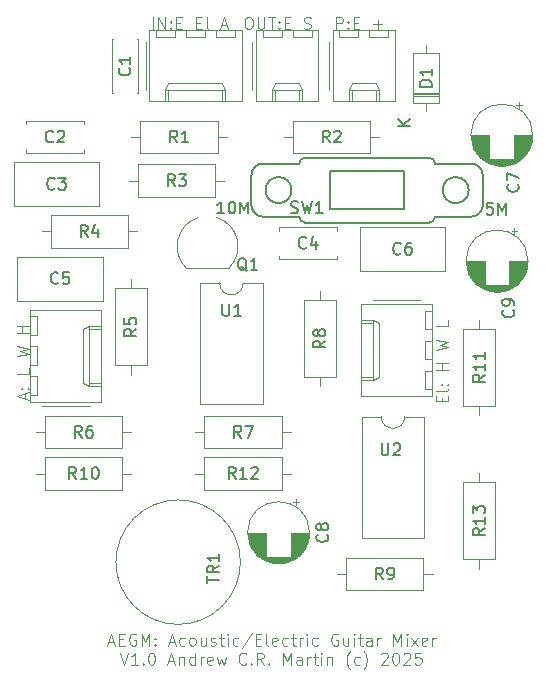
<source format=gbr>
%TF.GenerationSoftware,KiCad,Pcbnew,9.0.0*%
%TF.CreationDate,2025-07-30T16:49:18+01:00*%
%TF.ProjectId,MyMixer,4d794d69-7865-4722-9e6b-696361645f70,rev?*%
%TF.SameCoordinates,Original*%
%TF.FileFunction,Legend,Top*%
%TF.FilePolarity,Positive*%
%FSLAX46Y46*%
G04 Gerber Fmt 4.6, Leading zero omitted, Abs format (unit mm)*
G04 Created by KiCad (PCBNEW 9.0.0) date 2025-07-30 16:49:18*
%MOMM*%
%LPD*%
G01*
G04 APERTURE LIST*
%ADD10C,0.200000*%
%ADD11C,0.100000*%
%ADD12C,0.150000*%
%ADD13C,0.120000*%
G04 APERTURE END LIST*
D10*
X39393482Y-52967219D02*
X38822054Y-52967219D01*
X39107768Y-52967219D02*
X39107768Y-51967219D01*
X39107768Y-51967219D02*
X39012530Y-52110076D01*
X39012530Y-52110076D02*
X38917292Y-52205314D01*
X38917292Y-52205314D02*
X38822054Y-52252933D01*
X40012530Y-51967219D02*
X40107768Y-51967219D01*
X40107768Y-51967219D02*
X40203006Y-52014838D01*
X40203006Y-52014838D02*
X40250625Y-52062457D01*
X40250625Y-52062457D02*
X40298244Y-52157695D01*
X40298244Y-52157695D02*
X40345863Y-52348171D01*
X40345863Y-52348171D02*
X40345863Y-52586266D01*
X40345863Y-52586266D02*
X40298244Y-52776742D01*
X40298244Y-52776742D02*
X40250625Y-52871980D01*
X40250625Y-52871980D02*
X40203006Y-52919600D01*
X40203006Y-52919600D02*
X40107768Y-52967219D01*
X40107768Y-52967219D02*
X40012530Y-52967219D01*
X40012530Y-52967219D02*
X39917292Y-52919600D01*
X39917292Y-52919600D02*
X39869673Y-52871980D01*
X39869673Y-52871980D02*
X39822054Y-52776742D01*
X39822054Y-52776742D02*
X39774435Y-52586266D01*
X39774435Y-52586266D02*
X39774435Y-52348171D01*
X39774435Y-52348171D02*
X39822054Y-52157695D01*
X39822054Y-52157695D02*
X39869673Y-52062457D01*
X39869673Y-52062457D02*
X39917292Y-52014838D01*
X39917292Y-52014838D02*
X40012530Y-51967219D01*
X40774435Y-52967219D02*
X40774435Y-51967219D01*
X40774435Y-51967219D02*
X41107768Y-52681504D01*
X41107768Y-52681504D02*
X41441101Y-51967219D01*
X41441101Y-51967219D02*
X41441101Y-52967219D01*
X62145863Y-52067219D02*
X61669673Y-52067219D01*
X61669673Y-52067219D02*
X61622054Y-52543409D01*
X61622054Y-52543409D02*
X61669673Y-52495790D01*
X61669673Y-52495790D02*
X61764911Y-52448171D01*
X61764911Y-52448171D02*
X62003006Y-52448171D01*
X62003006Y-52448171D02*
X62098244Y-52495790D01*
X62098244Y-52495790D02*
X62145863Y-52543409D01*
X62145863Y-52543409D02*
X62193482Y-52638647D01*
X62193482Y-52638647D02*
X62193482Y-52876742D01*
X62193482Y-52876742D02*
X62145863Y-52971980D01*
X62145863Y-52971980D02*
X62098244Y-53019600D01*
X62098244Y-53019600D02*
X62003006Y-53067219D01*
X62003006Y-53067219D02*
X61764911Y-53067219D01*
X61764911Y-53067219D02*
X61669673Y-53019600D01*
X61669673Y-53019600D02*
X61622054Y-52971980D01*
X62622054Y-53067219D02*
X62622054Y-52067219D01*
X62622054Y-52067219D02*
X62955387Y-52781504D01*
X62955387Y-52781504D02*
X63288720Y-52067219D01*
X63288720Y-52067219D02*
X63288720Y-53067219D01*
D11*
X29590475Y-89276760D02*
X30066665Y-89276760D01*
X29495237Y-89562475D02*
X29828570Y-88562475D01*
X29828570Y-88562475D02*
X30161903Y-89562475D01*
X30495237Y-89038665D02*
X30828570Y-89038665D01*
X30971427Y-89562475D02*
X30495237Y-89562475D01*
X30495237Y-89562475D02*
X30495237Y-88562475D01*
X30495237Y-88562475D02*
X30971427Y-88562475D01*
X31923808Y-88610094D02*
X31828570Y-88562475D01*
X31828570Y-88562475D02*
X31685713Y-88562475D01*
X31685713Y-88562475D02*
X31542856Y-88610094D01*
X31542856Y-88610094D02*
X31447618Y-88705332D01*
X31447618Y-88705332D02*
X31399999Y-88800570D01*
X31399999Y-88800570D02*
X31352380Y-88991046D01*
X31352380Y-88991046D02*
X31352380Y-89133903D01*
X31352380Y-89133903D02*
X31399999Y-89324379D01*
X31399999Y-89324379D02*
X31447618Y-89419617D01*
X31447618Y-89419617D02*
X31542856Y-89514856D01*
X31542856Y-89514856D02*
X31685713Y-89562475D01*
X31685713Y-89562475D02*
X31780951Y-89562475D01*
X31780951Y-89562475D02*
X31923808Y-89514856D01*
X31923808Y-89514856D02*
X31971427Y-89467236D01*
X31971427Y-89467236D02*
X31971427Y-89133903D01*
X31971427Y-89133903D02*
X31780951Y-89133903D01*
X32399999Y-89562475D02*
X32399999Y-88562475D01*
X32399999Y-88562475D02*
X32733332Y-89276760D01*
X32733332Y-89276760D02*
X33066665Y-88562475D01*
X33066665Y-88562475D02*
X33066665Y-89562475D01*
X33542856Y-89467236D02*
X33590475Y-89514856D01*
X33590475Y-89514856D02*
X33542856Y-89562475D01*
X33542856Y-89562475D02*
X33495237Y-89514856D01*
X33495237Y-89514856D02*
X33542856Y-89467236D01*
X33542856Y-89467236D02*
X33542856Y-89562475D01*
X33542856Y-88943427D02*
X33590475Y-88991046D01*
X33590475Y-88991046D02*
X33542856Y-89038665D01*
X33542856Y-89038665D02*
X33495237Y-88991046D01*
X33495237Y-88991046D02*
X33542856Y-88943427D01*
X33542856Y-88943427D02*
X33542856Y-89038665D01*
X34733332Y-89276760D02*
X35209522Y-89276760D01*
X34638094Y-89562475D02*
X34971427Y-88562475D01*
X34971427Y-88562475D02*
X35304760Y-89562475D01*
X36066665Y-89514856D02*
X35971427Y-89562475D01*
X35971427Y-89562475D02*
X35780951Y-89562475D01*
X35780951Y-89562475D02*
X35685713Y-89514856D01*
X35685713Y-89514856D02*
X35638094Y-89467236D01*
X35638094Y-89467236D02*
X35590475Y-89371998D01*
X35590475Y-89371998D02*
X35590475Y-89086284D01*
X35590475Y-89086284D02*
X35638094Y-88991046D01*
X35638094Y-88991046D02*
X35685713Y-88943427D01*
X35685713Y-88943427D02*
X35780951Y-88895808D01*
X35780951Y-88895808D02*
X35971427Y-88895808D01*
X35971427Y-88895808D02*
X36066665Y-88943427D01*
X36638094Y-89562475D02*
X36542856Y-89514856D01*
X36542856Y-89514856D02*
X36495237Y-89467236D01*
X36495237Y-89467236D02*
X36447618Y-89371998D01*
X36447618Y-89371998D02*
X36447618Y-89086284D01*
X36447618Y-89086284D02*
X36495237Y-88991046D01*
X36495237Y-88991046D02*
X36542856Y-88943427D01*
X36542856Y-88943427D02*
X36638094Y-88895808D01*
X36638094Y-88895808D02*
X36780951Y-88895808D01*
X36780951Y-88895808D02*
X36876189Y-88943427D01*
X36876189Y-88943427D02*
X36923808Y-88991046D01*
X36923808Y-88991046D02*
X36971427Y-89086284D01*
X36971427Y-89086284D02*
X36971427Y-89371998D01*
X36971427Y-89371998D02*
X36923808Y-89467236D01*
X36923808Y-89467236D02*
X36876189Y-89514856D01*
X36876189Y-89514856D02*
X36780951Y-89562475D01*
X36780951Y-89562475D02*
X36638094Y-89562475D01*
X37828570Y-88895808D02*
X37828570Y-89562475D01*
X37399999Y-88895808D02*
X37399999Y-89419617D01*
X37399999Y-89419617D02*
X37447618Y-89514856D01*
X37447618Y-89514856D02*
X37542856Y-89562475D01*
X37542856Y-89562475D02*
X37685713Y-89562475D01*
X37685713Y-89562475D02*
X37780951Y-89514856D01*
X37780951Y-89514856D02*
X37828570Y-89467236D01*
X38257142Y-89514856D02*
X38352380Y-89562475D01*
X38352380Y-89562475D02*
X38542856Y-89562475D01*
X38542856Y-89562475D02*
X38638094Y-89514856D01*
X38638094Y-89514856D02*
X38685713Y-89419617D01*
X38685713Y-89419617D02*
X38685713Y-89371998D01*
X38685713Y-89371998D02*
X38638094Y-89276760D01*
X38638094Y-89276760D02*
X38542856Y-89229141D01*
X38542856Y-89229141D02*
X38399999Y-89229141D01*
X38399999Y-89229141D02*
X38304761Y-89181522D01*
X38304761Y-89181522D02*
X38257142Y-89086284D01*
X38257142Y-89086284D02*
X38257142Y-89038665D01*
X38257142Y-89038665D02*
X38304761Y-88943427D01*
X38304761Y-88943427D02*
X38399999Y-88895808D01*
X38399999Y-88895808D02*
X38542856Y-88895808D01*
X38542856Y-88895808D02*
X38638094Y-88943427D01*
X38971428Y-88895808D02*
X39352380Y-88895808D01*
X39114285Y-88562475D02*
X39114285Y-89419617D01*
X39114285Y-89419617D02*
X39161904Y-89514856D01*
X39161904Y-89514856D02*
X39257142Y-89562475D01*
X39257142Y-89562475D02*
X39352380Y-89562475D01*
X39685714Y-89562475D02*
X39685714Y-88895808D01*
X39685714Y-88562475D02*
X39638095Y-88610094D01*
X39638095Y-88610094D02*
X39685714Y-88657713D01*
X39685714Y-88657713D02*
X39733333Y-88610094D01*
X39733333Y-88610094D02*
X39685714Y-88562475D01*
X39685714Y-88562475D02*
X39685714Y-88657713D01*
X40590475Y-89514856D02*
X40495237Y-89562475D01*
X40495237Y-89562475D02*
X40304761Y-89562475D01*
X40304761Y-89562475D02*
X40209523Y-89514856D01*
X40209523Y-89514856D02*
X40161904Y-89467236D01*
X40161904Y-89467236D02*
X40114285Y-89371998D01*
X40114285Y-89371998D02*
X40114285Y-89086284D01*
X40114285Y-89086284D02*
X40161904Y-88991046D01*
X40161904Y-88991046D02*
X40209523Y-88943427D01*
X40209523Y-88943427D02*
X40304761Y-88895808D01*
X40304761Y-88895808D02*
X40495237Y-88895808D01*
X40495237Y-88895808D02*
X40590475Y-88943427D01*
X41733332Y-88514856D02*
X40876190Y-89800570D01*
X42066666Y-89038665D02*
X42399999Y-89038665D01*
X42542856Y-89562475D02*
X42066666Y-89562475D01*
X42066666Y-89562475D02*
X42066666Y-88562475D01*
X42066666Y-88562475D02*
X42542856Y-88562475D01*
X43114285Y-89562475D02*
X43019047Y-89514856D01*
X43019047Y-89514856D02*
X42971428Y-89419617D01*
X42971428Y-89419617D02*
X42971428Y-88562475D01*
X43876190Y-89514856D02*
X43780952Y-89562475D01*
X43780952Y-89562475D02*
X43590476Y-89562475D01*
X43590476Y-89562475D02*
X43495238Y-89514856D01*
X43495238Y-89514856D02*
X43447619Y-89419617D01*
X43447619Y-89419617D02*
X43447619Y-89038665D01*
X43447619Y-89038665D02*
X43495238Y-88943427D01*
X43495238Y-88943427D02*
X43590476Y-88895808D01*
X43590476Y-88895808D02*
X43780952Y-88895808D01*
X43780952Y-88895808D02*
X43876190Y-88943427D01*
X43876190Y-88943427D02*
X43923809Y-89038665D01*
X43923809Y-89038665D02*
X43923809Y-89133903D01*
X43923809Y-89133903D02*
X43447619Y-89229141D01*
X44780952Y-89514856D02*
X44685714Y-89562475D01*
X44685714Y-89562475D02*
X44495238Y-89562475D01*
X44495238Y-89562475D02*
X44400000Y-89514856D01*
X44400000Y-89514856D02*
X44352381Y-89467236D01*
X44352381Y-89467236D02*
X44304762Y-89371998D01*
X44304762Y-89371998D02*
X44304762Y-89086284D01*
X44304762Y-89086284D02*
X44352381Y-88991046D01*
X44352381Y-88991046D02*
X44400000Y-88943427D01*
X44400000Y-88943427D02*
X44495238Y-88895808D01*
X44495238Y-88895808D02*
X44685714Y-88895808D01*
X44685714Y-88895808D02*
X44780952Y-88943427D01*
X45066667Y-88895808D02*
X45447619Y-88895808D01*
X45209524Y-88562475D02*
X45209524Y-89419617D01*
X45209524Y-89419617D02*
X45257143Y-89514856D01*
X45257143Y-89514856D02*
X45352381Y-89562475D01*
X45352381Y-89562475D02*
X45447619Y-89562475D01*
X45780953Y-89562475D02*
X45780953Y-88895808D01*
X45780953Y-89086284D02*
X45828572Y-88991046D01*
X45828572Y-88991046D02*
X45876191Y-88943427D01*
X45876191Y-88943427D02*
X45971429Y-88895808D01*
X45971429Y-88895808D02*
X46066667Y-88895808D01*
X46400001Y-89562475D02*
X46400001Y-88895808D01*
X46400001Y-88562475D02*
X46352382Y-88610094D01*
X46352382Y-88610094D02*
X46400001Y-88657713D01*
X46400001Y-88657713D02*
X46447620Y-88610094D01*
X46447620Y-88610094D02*
X46400001Y-88562475D01*
X46400001Y-88562475D02*
X46400001Y-88657713D01*
X47304762Y-89514856D02*
X47209524Y-89562475D01*
X47209524Y-89562475D02*
X47019048Y-89562475D01*
X47019048Y-89562475D02*
X46923810Y-89514856D01*
X46923810Y-89514856D02*
X46876191Y-89467236D01*
X46876191Y-89467236D02*
X46828572Y-89371998D01*
X46828572Y-89371998D02*
X46828572Y-89086284D01*
X46828572Y-89086284D02*
X46876191Y-88991046D01*
X46876191Y-88991046D02*
X46923810Y-88943427D01*
X46923810Y-88943427D02*
X47019048Y-88895808D01*
X47019048Y-88895808D02*
X47209524Y-88895808D01*
X47209524Y-88895808D02*
X47304762Y-88943427D01*
X49019048Y-88610094D02*
X48923810Y-88562475D01*
X48923810Y-88562475D02*
X48780953Y-88562475D01*
X48780953Y-88562475D02*
X48638096Y-88610094D01*
X48638096Y-88610094D02*
X48542858Y-88705332D01*
X48542858Y-88705332D02*
X48495239Y-88800570D01*
X48495239Y-88800570D02*
X48447620Y-88991046D01*
X48447620Y-88991046D02*
X48447620Y-89133903D01*
X48447620Y-89133903D02*
X48495239Y-89324379D01*
X48495239Y-89324379D02*
X48542858Y-89419617D01*
X48542858Y-89419617D02*
X48638096Y-89514856D01*
X48638096Y-89514856D02*
X48780953Y-89562475D01*
X48780953Y-89562475D02*
X48876191Y-89562475D01*
X48876191Y-89562475D02*
X49019048Y-89514856D01*
X49019048Y-89514856D02*
X49066667Y-89467236D01*
X49066667Y-89467236D02*
X49066667Y-89133903D01*
X49066667Y-89133903D02*
X48876191Y-89133903D01*
X49923810Y-88895808D02*
X49923810Y-89562475D01*
X49495239Y-88895808D02*
X49495239Y-89419617D01*
X49495239Y-89419617D02*
X49542858Y-89514856D01*
X49542858Y-89514856D02*
X49638096Y-89562475D01*
X49638096Y-89562475D02*
X49780953Y-89562475D01*
X49780953Y-89562475D02*
X49876191Y-89514856D01*
X49876191Y-89514856D02*
X49923810Y-89467236D01*
X50400001Y-89562475D02*
X50400001Y-88895808D01*
X50400001Y-88562475D02*
X50352382Y-88610094D01*
X50352382Y-88610094D02*
X50400001Y-88657713D01*
X50400001Y-88657713D02*
X50447620Y-88610094D01*
X50447620Y-88610094D02*
X50400001Y-88562475D01*
X50400001Y-88562475D02*
X50400001Y-88657713D01*
X50733334Y-88895808D02*
X51114286Y-88895808D01*
X50876191Y-88562475D02*
X50876191Y-89419617D01*
X50876191Y-89419617D02*
X50923810Y-89514856D01*
X50923810Y-89514856D02*
X51019048Y-89562475D01*
X51019048Y-89562475D02*
X51114286Y-89562475D01*
X51876191Y-89562475D02*
X51876191Y-89038665D01*
X51876191Y-89038665D02*
X51828572Y-88943427D01*
X51828572Y-88943427D02*
X51733334Y-88895808D01*
X51733334Y-88895808D02*
X51542858Y-88895808D01*
X51542858Y-88895808D02*
X51447620Y-88943427D01*
X51876191Y-89514856D02*
X51780953Y-89562475D01*
X51780953Y-89562475D02*
X51542858Y-89562475D01*
X51542858Y-89562475D02*
X51447620Y-89514856D01*
X51447620Y-89514856D02*
X51400001Y-89419617D01*
X51400001Y-89419617D02*
X51400001Y-89324379D01*
X51400001Y-89324379D02*
X51447620Y-89229141D01*
X51447620Y-89229141D02*
X51542858Y-89181522D01*
X51542858Y-89181522D02*
X51780953Y-89181522D01*
X51780953Y-89181522D02*
X51876191Y-89133903D01*
X52352382Y-89562475D02*
X52352382Y-88895808D01*
X52352382Y-89086284D02*
X52400001Y-88991046D01*
X52400001Y-88991046D02*
X52447620Y-88943427D01*
X52447620Y-88943427D02*
X52542858Y-88895808D01*
X52542858Y-88895808D02*
X52638096Y-88895808D01*
X53733335Y-89562475D02*
X53733335Y-88562475D01*
X53733335Y-88562475D02*
X54066668Y-89276760D01*
X54066668Y-89276760D02*
X54400001Y-88562475D01*
X54400001Y-88562475D02*
X54400001Y-89562475D01*
X54876192Y-89562475D02*
X54876192Y-88895808D01*
X54876192Y-88562475D02*
X54828573Y-88610094D01*
X54828573Y-88610094D02*
X54876192Y-88657713D01*
X54876192Y-88657713D02*
X54923811Y-88610094D01*
X54923811Y-88610094D02*
X54876192Y-88562475D01*
X54876192Y-88562475D02*
X54876192Y-88657713D01*
X55257144Y-89562475D02*
X55780953Y-88895808D01*
X55257144Y-88895808D02*
X55780953Y-89562475D01*
X56542858Y-89514856D02*
X56447620Y-89562475D01*
X56447620Y-89562475D02*
X56257144Y-89562475D01*
X56257144Y-89562475D02*
X56161906Y-89514856D01*
X56161906Y-89514856D02*
X56114287Y-89419617D01*
X56114287Y-89419617D02*
X56114287Y-89038665D01*
X56114287Y-89038665D02*
X56161906Y-88943427D01*
X56161906Y-88943427D02*
X56257144Y-88895808D01*
X56257144Y-88895808D02*
X56447620Y-88895808D01*
X56447620Y-88895808D02*
X56542858Y-88943427D01*
X56542858Y-88943427D02*
X56590477Y-89038665D01*
X56590477Y-89038665D02*
X56590477Y-89133903D01*
X56590477Y-89133903D02*
X56114287Y-89229141D01*
X57019049Y-89562475D02*
X57019049Y-88895808D01*
X57019049Y-89086284D02*
X57066668Y-88991046D01*
X57066668Y-88991046D02*
X57114287Y-88943427D01*
X57114287Y-88943427D02*
X57209525Y-88895808D01*
X57209525Y-88895808D02*
X57304763Y-88895808D01*
X30590475Y-90172419D02*
X30923808Y-91172419D01*
X30923808Y-91172419D02*
X31257141Y-90172419D01*
X32114284Y-91172419D02*
X31542856Y-91172419D01*
X31828570Y-91172419D02*
X31828570Y-90172419D01*
X31828570Y-90172419D02*
X31733332Y-90315276D01*
X31733332Y-90315276D02*
X31638094Y-90410514D01*
X31638094Y-90410514D02*
X31542856Y-90458133D01*
X32542856Y-91077180D02*
X32590475Y-91124800D01*
X32590475Y-91124800D02*
X32542856Y-91172419D01*
X32542856Y-91172419D02*
X32495237Y-91124800D01*
X32495237Y-91124800D02*
X32542856Y-91077180D01*
X32542856Y-91077180D02*
X32542856Y-91172419D01*
X33209522Y-90172419D02*
X33304760Y-90172419D01*
X33304760Y-90172419D02*
X33399998Y-90220038D01*
X33399998Y-90220038D02*
X33447617Y-90267657D01*
X33447617Y-90267657D02*
X33495236Y-90362895D01*
X33495236Y-90362895D02*
X33542855Y-90553371D01*
X33542855Y-90553371D02*
X33542855Y-90791466D01*
X33542855Y-90791466D02*
X33495236Y-90981942D01*
X33495236Y-90981942D02*
X33447617Y-91077180D01*
X33447617Y-91077180D02*
X33399998Y-91124800D01*
X33399998Y-91124800D02*
X33304760Y-91172419D01*
X33304760Y-91172419D02*
X33209522Y-91172419D01*
X33209522Y-91172419D02*
X33114284Y-91124800D01*
X33114284Y-91124800D02*
X33066665Y-91077180D01*
X33066665Y-91077180D02*
X33019046Y-90981942D01*
X33019046Y-90981942D02*
X32971427Y-90791466D01*
X32971427Y-90791466D02*
X32971427Y-90553371D01*
X32971427Y-90553371D02*
X33019046Y-90362895D01*
X33019046Y-90362895D02*
X33066665Y-90267657D01*
X33066665Y-90267657D02*
X33114284Y-90220038D01*
X33114284Y-90220038D02*
X33209522Y-90172419D01*
X34685713Y-90886704D02*
X35161903Y-90886704D01*
X34590475Y-91172419D02*
X34923808Y-90172419D01*
X34923808Y-90172419D02*
X35257141Y-91172419D01*
X35590475Y-90505752D02*
X35590475Y-91172419D01*
X35590475Y-90600990D02*
X35638094Y-90553371D01*
X35638094Y-90553371D02*
X35733332Y-90505752D01*
X35733332Y-90505752D02*
X35876189Y-90505752D01*
X35876189Y-90505752D02*
X35971427Y-90553371D01*
X35971427Y-90553371D02*
X36019046Y-90648609D01*
X36019046Y-90648609D02*
X36019046Y-91172419D01*
X36923808Y-91172419D02*
X36923808Y-90172419D01*
X36923808Y-91124800D02*
X36828570Y-91172419D01*
X36828570Y-91172419D02*
X36638094Y-91172419D01*
X36638094Y-91172419D02*
X36542856Y-91124800D01*
X36542856Y-91124800D02*
X36495237Y-91077180D01*
X36495237Y-91077180D02*
X36447618Y-90981942D01*
X36447618Y-90981942D02*
X36447618Y-90696228D01*
X36447618Y-90696228D02*
X36495237Y-90600990D01*
X36495237Y-90600990D02*
X36542856Y-90553371D01*
X36542856Y-90553371D02*
X36638094Y-90505752D01*
X36638094Y-90505752D02*
X36828570Y-90505752D01*
X36828570Y-90505752D02*
X36923808Y-90553371D01*
X37399999Y-91172419D02*
X37399999Y-90505752D01*
X37399999Y-90696228D02*
X37447618Y-90600990D01*
X37447618Y-90600990D02*
X37495237Y-90553371D01*
X37495237Y-90553371D02*
X37590475Y-90505752D01*
X37590475Y-90505752D02*
X37685713Y-90505752D01*
X38399999Y-91124800D02*
X38304761Y-91172419D01*
X38304761Y-91172419D02*
X38114285Y-91172419D01*
X38114285Y-91172419D02*
X38019047Y-91124800D01*
X38019047Y-91124800D02*
X37971428Y-91029561D01*
X37971428Y-91029561D02*
X37971428Y-90648609D01*
X37971428Y-90648609D02*
X38019047Y-90553371D01*
X38019047Y-90553371D02*
X38114285Y-90505752D01*
X38114285Y-90505752D02*
X38304761Y-90505752D01*
X38304761Y-90505752D02*
X38399999Y-90553371D01*
X38399999Y-90553371D02*
X38447618Y-90648609D01*
X38447618Y-90648609D02*
X38447618Y-90743847D01*
X38447618Y-90743847D02*
X37971428Y-90839085D01*
X38780952Y-90505752D02*
X38971428Y-91172419D01*
X38971428Y-91172419D02*
X39161904Y-90696228D01*
X39161904Y-90696228D02*
X39352380Y-91172419D01*
X39352380Y-91172419D02*
X39542856Y-90505752D01*
X41257142Y-91077180D02*
X41209523Y-91124800D01*
X41209523Y-91124800D02*
X41066666Y-91172419D01*
X41066666Y-91172419D02*
X40971428Y-91172419D01*
X40971428Y-91172419D02*
X40828571Y-91124800D01*
X40828571Y-91124800D02*
X40733333Y-91029561D01*
X40733333Y-91029561D02*
X40685714Y-90934323D01*
X40685714Y-90934323D02*
X40638095Y-90743847D01*
X40638095Y-90743847D02*
X40638095Y-90600990D01*
X40638095Y-90600990D02*
X40685714Y-90410514D01*
X40685714Y-90410514D02*
X40733333Y-90315276D01*
X40733333Y-90315276D02*
X40828571Y-90220038D01*
X40828571Y-90220038D02*
X40971428Y-90172419D01*
X40971428Y-90172419D02*
X41066666Y-90172419D01*
X41066666Y-90172419D02*
X41209523Y-90220038D01*
X41209523Y-90220038D02*
X41257142Y-90267657D01*
X41685714Y-91077180D02*
X41733333Y-91124800D01*
X41733333Y-91124800D02*
X41685714Y-91172419D01*
X41685714Y-91172419D02*
X41638095Y-91124800D01*
X41638095Y-91124800D02*
X41685714Y-91077180D01*
X41685714Y-91077180D02*
X41685714Y-91172419D01*
X42733332Y-91172419D02*
X42399999Y-90696228D01*
X42161904Y-91172419D02*
X42161904Y-90172419D01*
X42161904Y-90172419D02*
X42542856Y-90172419D01*
X42542856Y-90172419D02*
X42638094Y-90220038D01*
X42638094Y-90220038D02*
X42685713Y-90267657D01*
X42685713Y-90267657D02*
X42733332Y-90362895D01*
X42733332Y-90362895D02*
X42733332Y-90505752D01*
X42733332Y-90505752D02*
X42685713Y-90600990D01*
X42685713Y-90600990D02*
X42638094Y-90648609D01*
X42638094Y-90648609D02*
X42542856Y-90696228D01*
X42542856Y-90696228D02*
X42161904Y-90696228D01*
X43161904Y-91077180D02*
X43209523Y-91124800D01*
X43209523Y-91124800D02*
X43161904Y-91172419D01*
X43161904Y-91172419D02*
X43114285Y-91124800D01*
X43114285Y-91124800D02*
X43161904Y-91077180D01*
X43161904Y-91077180D02*
X43161904Y-91172419D01*
X44399999Y-91172419D02*
X44399999Y-90172419D01*
X44399999Y-90172419D02*
X44733332Y-90886704D01*
X44733332Y-90886704D02*
X45066665Y-90172419D01*
X45066665Y-90172419D02*
X45066665Y-91172419D01*
X45971427Y-91172419D02*
X45971427Y-90648609D01*
X45971427Y-90648609D02*
X45923808Y-90553371D01*
X45923808Y-90553371D02*
X45828570Y-90505752D01*
X45828570Y-90505752D02*
X45638094Y-90505752D01*
X45638094Y-90505752D02*
X45542856Y-90553371D01*
X45971427Y-91124800D02*
X45876189Y-91172419D01*
X45876189Y-91172419D02*
X45638094Y-91172419D01*
X45638094Y-91172419D02*
X45542856Y-91124800D01*
X45542856Y-91124800D02*
X45495237Y-91029561D01*
X45495237Y-91029561D02*
X45495237Y-90934323D01*
X45495237Y-90934323D02*
X45542856Y-90839085D01*
X45542856Y-90839085D02*
X45638094Y-90791466D01*
X45638094Y-90791466D02*
X45876189Y-90791466D01*
X45876189Y-90791466D02*
X45971427Y-90743847D01*
X46447618Y-91172419D02*
X46447618Y-90505752D01*
X46447618Y-90696228D02*
X46495237Y-90600990D01*
X46495237Y-90600990D02*
X46542856Y-90553371D01*
X46542856Y-90553371D02*
X46638094Y-90505752D01*
X46638094Y-90505752D02*
X46733332Y-90505752D01*
X46923809Y-90505752D02*
X47304761Y-90505752D01*
X47066666Y-90172419D02*
X47066666Y-91029561D01*
X47066666Y-91029561D02*
X47114285Y-91124800D01*
X47114285Y-91124800D02*
X47209523Y-91172419D01*
X47209523Y-91172419D02*
X47304761Y-91172419D01*
X47638095Y-91172419D02*
X47638095Y-90505752D01*
X47638095Y-90172419D02*
X47590476Y-90220038D01*
X47590476Y-90220038D02*
X47638095Y-90267657D01*
X47638095Y-90267657D02*
X47685714Y-90220038D01*
X47685714Y-90220038D02*
X47638095Y-90172419D01*
X47638095Y-90172419D02*
X47638095Y-90267657D01*
X48114285Y-90505752D02*
X48114285Y-91172419D01*
X48114285Y-90600990D02*
X48161904Y-90553371D01*
X48161904Y-90553371D02*
X48257142Y-90505752D01*
X48257142Y-90505752D02*
X48399999Y-90505752D01*
X48399999Y-90505752D02*
X48495237Y-90553371D01*
X48495237Y-90553371D02*
X48542856Y-90648609D01*
X48542856Y-90648609D02*
X48542856Y-91172419D01*
X50066666Y-91553371D02*
X50019047Y-91505752D01*
X50019047Y-91505752D02*
X49923809Y-91362895D01*
X49923809Y-91362895D02*
X49876190Y-91267657D01*
X49876190Y-91267657D02*
X49828571Y-91124800D01*
X49828571Y-91124800D02*
X49780952Y-90886704D01*
X49780952Y-90886704D02*
X49780952Y-90696228D01*
X49780952Y-90696228D02*
X49828571Y-90458133D01*
X49828571Y-90458133D02*
X49876190Y-90315276D01*
X49876190Y-90315276D02*
X49923809Y-90220038D01*
X49923809Y-90220038D02*
X50019047Y-90077180D01*
X50019047Y-90077180D02*
X50066666Y-90029561D01*
X50876190Y-91124800D02*
X50780952Y-91172419D01*
X50780952Y-91172419D02*
X50590476Y-91172419D01*
X50590476Y-91172419D02*
X50495238Y-91124800D01*
X50495238Y-91124800D02*
X50447619Y-91077180D01*
X50447619Y-91077180D02*
X50400000Y-90981942D01*
X50400000Y-90981942D02*
X50400000Y-90696228D01*
X50400000Y-90696228D02*
X50447619Y-90600990D01*
X50447619Y-90600990D02*
X50495238Y-90553371D01*
X50495238Y-90553371D02*
X50590476Y-90505752D01*
X50590476Y-90505752D02*
X50780952Y-90505752D01*
X50780952Y-90505752D02*
X50876190Y-90553371D01*
X51209524Y-91553371D02*
X51257143Y-91505752D01*
X51257143Y-91505752D02*
X51352381Y-91362895D01*
X51352381Y-91362895D02*
X51400000Y-91267657D01*
X51400000Y-91267657D02*
X51447619Y-91124800D01*
X51447619Y-91124800D02*
X51495238Y-90886704D01*
X51495238Y-90886704D02*
X51495238Y-90696228D01*
X51495238Y-90696228D02*
X51447619Y-90458133D01*
X51447619Y-90458133D02*
X51400000Y-90315276D01*
X51400000Y-90315276D02*
X51352381Y-90220038D01*
X51352381Y-90220038D02*
X51257143Y-90077180D01*
X51257143Y-90077180D02*
X51209524Y-90029561D01*
X52685715Y-90267657D02*
X52733334Y-90220038D01*
X52733334Y-90220038D02*
X52828572Y-90172419D01*
X52828572Y-90172419D02*
X53066667Y-90172419D01*
X53066667Y-90172419D02*
X53161905Y-90220038D01*
X53161905Y-90220038D02*
X53209524Y-90267657D01*
X53209524Y-90267657D02*
X53257143Y-90362895D01*
X53257143Y-90362895D02*
X53257143Y-90458133D01*
X53257143Y-90458133D02*
X53209524Y-90600990D01*
X53209524Y-90600990D02*
X52638096Y-91172419D01*
X52638096Y-91172419D02*
X53257143Y-91172419D01*
X53876191Y-90172419D02*
X53971429Y-90172419D01*
X53971429Y-90172419D02*
X54066667Y-90220038D01*
X54066667Y-90220038D02*
X54114286Y-90267657D01*
X54114286Y-90267657D02*
X54161905Y-90362895D01*
X54161905Y-90362895D02*
X54209524Y-90553371D01*
X54209524Y-90553371D02*
X54209524Y-90791466D01*
X54209524Y-90791466D02*
X54161905Y-90981942D01*
X54161905Y-90981942D02*
X54114286Y-91077180D01*
X54114286Y-91077180D02*
X54066667Y-91124800D01*
X54066667Y-91124800D02*
X53971429Y-91172419D01*
X53971429Y-91172419D02*
X53876191Y-91172419D01*
X53876191Y-91172419D02*
X53780953Y-91124800D01*
X53780953Y-91124800D02*
X53733334Y-91077180D01*
X53733334Y-91077180D02*
X53685715Y-90981942D01*
X53685715Y-90981942D02*
X53638096Y-90791466D01*
X53638096Y-90791466D02*
X53638096Y-90553371D01*
X53638096Y-90553371D02*
X53685715Y-90362895D01*
X53685715Y-90362895D02*
X53733334Y-90267657D01*
X53733334Y-90267657D02*
X53780953Y-90220038D01*
X53780953Y-90220038D02*
X53876191Y-90172419D01*
X54590477Y-90267657D02*
X54638096Y-90220038D01*
X54638096Y-90220038D02*
X54733334Y-90172419D01*
X54733334Y-90172419D02*
X54971429Y-90172419D01*
X54971429Y-90172419D02*
X55066667Y-90220038D01*
X55066667Y-90220038D02*
X55114286Y-90267657D01*
X55114286Y-90267657D02*
X55161905Y-90362895D01*
X55161905Y-90362895D02*
X55161905Y-90458133D01*
X55161905Y-90458133D02*
X55114286Y-90600990D01*
X55114286Y-90600990D02*
X54542858Y-91172419D01*
X54542858Y-91172419D02*
X55161905Y-91172419D01*
X56066667Y-90172419D02*
X55590477Y-90172419D01*
X55590477Y-90172419D02*
X55542858Y-90648609D01*
X55542858Y-90648609D02*
X55590477Y-90600990D01*
X55590477Y-90600990D02*
X55685715Y-90553371D01*
X55685715Y-90553371D02*
X55923810Y-90553371D01*
X55923810Y-90553371D02*
X56019048Y-90600990D01*
X56019048Y-90600990D02*
X56066667Y-90648609D01*
X56066667Y-90648609D02*
X56114286Y-90743847D01*
X56114286Y-90743847D02*
X56114286Y-90981942D01*
X56114286Y-90981942D02*
X56066667Y-91077180D01*
X56066667Y-91077180D02*
X56019048Y-91124800D01*
X56019048Y-91124800D02*
X55923810Y-91172419D01*
X55923810Y-91172419D02*
X55685715Y-91172419D01*
X55685715Y-91172419D02*
X55590477Y-91124800D01*
X55590477Y-91124800D02*
X55542858Y-91077180D01*
X41374360Y-36342419D02*
X41564836Y-36342419D01*
X41564836Y-36342419D02*
X41660074Y-36390038D01*
X41660074Y-36390038D02*
X41755312Y-36485276D01*
X41755312Y-36485276D02*
X41802931Y-36675752D01*
X41802931Y-36675752D02*
X41802931Y-37009085D01*
X41802931Y-37009085D02*
X41755312Y-37199561D01*
X41755312Y-37199561D02*
X41660074Y-37294800D01*
X41660074Y-37294800D02*
X41564836Y-37342419D01*
X41564836Y-37342419D02*
X41374360Y-37342419D01*
X41374360Y-37342419D02*
X41279122Y-37294800D01*
X41279122Y-37294800D02*
X41183884Y-37199561D01*
X41183884Y-37199561D02*
X41136265Y-37009085D01*
X41136265Y-37009085D02*
X41136265Y-36675752D01*
X41136265Y-36675752D02*
X41183884Y-36485276D01*
X41183884Y-36485276D02*
X41279122Y-36390038D01*
X41279122Y-36390038D02*
X41374360Y-36342419D01*
X42231503Y-36342419D02*
X42231503Y-37151942D01*
X42231503Y-37151942D02*
X42279122Y-37247180D01*
X42279122Y-37247180D02*
X42326741Y-37294800D01*
X42326741Y-37294800D02*
X42421979Y-37342419D01*
X42421979Y-37342419D02*
X42612455Y-37342419D01*
X42612455Y-37342419D02*
X42707693Y-37294800D01*
X42707693Y-37294800D02*
X42755312Y-37247180D01*
X42755312Y-37247180D02*
X42802931Y-37151942D01*
X42802931Y-37151942D02*
X42802931Y-36342419D01*
X43136265Y-36342419D02*
X43707693Y-36342419D01*
X43421979Y-37342419D02*
X43421979Y-36342419D01*
X44041027Y-37247180D02*
X44088646Y-37294800D01*
X44088646Y-37294800D02*
X44041027Y-37342419D01*
X44041027Y-37342419D02*
X43993408Y-37294800D01*
X43993408Y-37294800D02*
X44041027Y-37247180D01*
X44041027Y-37247180D02*
X44041027Y-37342419D01*
X44041027Y-36723371D02*
X44088646Y-36770990D01*
X44088646Y-36770990D02*
X44041027Y-36818609D01*
X44041027Y-36818609D02*
X43993408Y-36770990D01*
X43993408Y-36770990D02*
X44041027Y-36723371D01*
X44041027Y-36723371D02*
X44041027Y-36818609D01*
X44517217Y-36818609D02*
X44850550Y-36818609D01*
X44993407Y-37342419D02*
X44517217Y-37342419D01*
X44517217Y-37342419D02*
X44517217Y-36342419D01*
X44517217Y-36342419D02*
X44993407Y-36342419D01*
X46136265Y-37294800D02*
X46279122Y-37342419D01*
X46279122Y-37342419D02*
X46517217Y-37342419D01*
X46517217Y-37342419D02*
X46612455Y-37294800D01*
X46612455Y-37294800D02*
X46660074Y-37247180D01*
X46660074Y-37247180D02*
X46707693Y-37151942D01*
X46707693Y-37151942D02*
X46707693Y-37056704D01*
X46707693Y-37056704D02*
X46660074Y-36961466D01*
X46660074Y-36961466D02*
X46612455Y-36913847D01*
X46612455Y-36913847D02*
X46517217Y-36866228D01*
X46517217Y-36866228D02*
X46326741Y-36818609D01*
X46326741Y-36818609D02*
X46231503Y-36770990D01*
X46231503Y-36770990D02*
X46183884Y-36723371D01*
X46183884Y-36723371D02*
X46136265Y-36628133D01*
X46136265Y-36628133D02*
X46136265Y-36532895D01*
X46136265Y-36532895D02*
X46183884Y-36437657D01*
X46183884Y-36437657D02*
X46231503Y-36390038D01*
X46231503Y-36390038D02*
X46326741Y-36342419D01*
X46326741Y-36342419D02*
X46564836Y-36342419D01*
X46564836Y-36342419D02*
X46707693Y-36390038D01*
X48883884Y-37342419D02*
X48883884Y-36342419D01*
X48883884Y-36342419D02*
X49264836Y-36342419D01*
X49264836Y-36342419D02*
X49360074Y-36390038D01*
X49360074Y-36390038D02*
X49407693Y-36437657D01*
X49407693Y-36437657D02*
X49455312Y-36532895D01*
X49455312Y-36532895D02*
X49455312Y-36675752D01*
X49455312Y-36675752D02*
X49407693Y-36770990D01*
X49407693Y-36770990D02*
X49360074Y-36818609D01*
X49360074Y-36818609D02*
X49264836Y-36866228D01*
X49264836Y-36866228D02*
X48883884Y-36866228D01*
X49883884Y-37247180D02*
X49931503Y-37294800D01*
X49931503Y-37294800D02*
X49883884Y-37342419D01*
X49883884Y-37342419D02*
X49836265Y-37294800D01*
X49836265Y-37294800D02*
X49883884Y-37247180D01*
X49883884Y-37247180D02*
X49883884Y-37342419D01*
X49883884Y-36723371D02*
X49931503Y-36770990D01*
X49931503Y-36770990D02*
X49883884Y-36818609D01*
X49883884Y-36818609D02*
X49836265Y-36770990D01*
X49836265Y-36770990D02*
X49883884Y-36723371D01*
X49883884Y-36723371D02*
X49883884Y-36818609D01*
X50360074Y-36818609D02*
X50693407Y-36818609D01*
X50836264Y-37342419D02*
X50360074Y-37342419D01*
X50360074Y-37342419D02*
X50360074Y-36342419D01*
X50360074Y-36342419D02*
X50836264Y-36342419D01*
X52026741Y-36961466D02*
X52788646Y-36961466D01*
X52407693Y-37342419D02*
X52407693Y-36580514D01*
X33343884Y-37342419D02*
X33343884Y-36342419D01*
X33820074Y-37342419D02*
X33820074Y-36342419D01*
X33820074Y-36342419D02*
X34391502Y-37342419D01*
X34391502Y-37342419D02*
X34391502Y-36342419D01*
X34867693Y-37247180D02*
X34915312Y-37294800D01*
X34915312Y-37294800D02*
X34867693Y-37342419D01*
X34867693Y-37342419D02*
X34820074Y-37294800D01*
X34820074Y-37294800D02*
X34867693Y-37247180D01*
X34867693Y-37247180D02*
X34867693Y-37342419D01*
X34867693Y-36723371D02*
X34915312Y-36770990D01*
X34915312Y-36770990D02*
X34867693Y-36818609D01*
X34867693Y-36818609D02*
X34820074Y-36770990D01*
X34820074Y-36770990D02*
X34867693Y-36723371D01*
X34867693Y-36723371D02*
X34867693Y-36818609D01*
X35343883Y-36818609D02*
X35677216Y-36818609D01*
X35820073Y-37342419D02*
X35343883Y-37342419D01*
X35343883Y-37342419D02*
X35343883Y-36342419D01*
X35343883Y-36342419D02*
X35820073Y-36342419D01*
X37010550Y-36818609D02*
X37343883Y-36818609D01*
X37486740Y-37342419D02*
X37010550Y-37342419D01*
X37010550Y-37342419D02*
X37010550Y-36342419D01*
X37010550Y-36342419D02*
X37486740Y-36342419D01*
X38058169Y-37342419D02*
X37962931Y-37294800D01*
X37962931Y-37294800D02*
X37915312Y-37199561D01*
X37915312Y-37199561D02*
X37915312Y-36342419D01*
X39153408Y-37056704D02*
X39629598Y-37056704D01*
X39058170Y-37342419D02*
X39391503Y-36342419D01*
X39391503Y-36342419D02*
X39724836Y-37342419D01*
X57848609Y-68896115D02*
X57848609Y-68562782D01*
X58372419Y-68419925D02*
X58372419Y-68896115D01*
X58372419Y-68896115D02*
X57372419Y-68896115D01*
X57372419Y-68896115D02*
X57372419Y-68419925D01*
X58372419Y-67848496D02*
X58324800Y-67943734D01*
X58324800Y-67943734D02*
X58229561Y-67991353D01*
X58229561Y-67991353D02*
X57372419Y-67991353D01*
X58277180Y-67467543D02*
X58324800Y-67419924D01*
X58324800Y-67419924D02*
X58372419Y-67467543D01*
X58372419Y-67467543D02*
X58324800Y-67515162D01*
X58324800Y-67515162D02*
X58277180Y-67467543D01*
X58277180Y-67467543D02*
X58372419Y-67467543D01*
X57753371Y-67467543D02*
X57800990Y-67419924D01*
X57800990Y-67419924D02*
X57848609Y-67467543D01*
X57848609Y-67467543D02*
X57800990Y-67515162D01*
X57800990Y-67515162D02*
X57753371Y-67467543D01*
X57753371Y-67467543D02*
X57848609Y-67467543D01*
X58372419Y-66229448D02*
X57372419Y-66229448D01*
X57848609Y-66229448D02*
X57848609Y-65658020D01*
X58372419Y-65658020D02*
X57372419Y-65658020D01*
X57372419Y-64515162D02*
X58372419Y-64277067D01*
X58372419Y-64277067D02*
X57658133Y-64086591D01*
X57658133Y-64086591D02*
X58372419Y-63896115D01*
X58372419Y-63896115D02*
X57372419Y-63658020D01*
X58372419Y-62038972D02*
X58372419Y-62515162D01*
X58372419Y-62515162D02*
X57372419Y-62515162D01*
X22556704Y-68703734D02*
X22556704Y-68227544D01*
X22842419Y-68798972D02*
X21842419Y-68465639D01*
X21842419Y-68465639D02*
X22842419Y-68132306D01*
X22747180Y-67798972D02*
X22794800Y-67751353D01*
X22794800Y-67751353D02*
X22842419Y-67798972D01*
X22842419Y-67798972D02*
X22794800Y-67846591D01*
X22794800Y-67846591D02*
X22747180Y-67798972D01*
X22747180Y-67798972D02*
X22842419Y-67798972D01*
X22223371Y-67798972D02*
X22270990Y-67751353D01*
X22270990Y-67751353D02*
X22318609Y-67798972D01*
X22318609Y-67798972D02*
X22270990Y-67846591D01*
X22270990Y-67846591D02*
X22223371Y-67798972D01*
X22223371Y-67798972D02*
X22318609Y-67798972D01*
X22842419Y-66084687D02*
X22842419Y-66560877D01*
X22842419Y-66560877D02*
X21842419Y-66560877D01*
X21842419Y-65084686D02*
X22842419Y-64846591D01*
X22842419Y-64846591D02*
X22128133Y-64656115D01*
X22128133Y-64656115D02*
X22842419Y-64465639D01*
X22842419Y-64465639D02*
X21842419Y-64227544D01*
X22842419Y-63084686D02*
X21842419Y-63084686D01*
X22318609Y-63084686D02*
X22318609Y-62513258D01*
X22842419Y-62513258D02*
X21842419Y-62513258D01*
D12*
X64259580Y-50511554D02*
X64307200Y-50559173D01*
X64307200Y-50559173D02*
X64354819Y-50702030D01*
X64354819Y-50702030D02*
X64354819Y-50797268D01*
X64354819Y-50797268D02*
X64307200Y-50940125D01*
X64307200Y-50940125D02*
X64211961Y-51035363D01*
X64211961Y-51035363D02*
X64116723Y-51082982D01*
X64116723Y-51082982D02*
X63926247Y-51130601D01*
X63926247Y-51130601D02*
X63783390Y-51130601D01*
X63783390Y-51130601D02*
X63592914Y-51082982D01*
X63592914Y-51082982D02*
X63497676Y-51035363D01*
X63497676Y-51035363D02*
X63402438Y-50940125D01*
X63402438Y-50940125D02*
X63354819Y-50797268D01*
X63354819Y-50797268D02*
X63354819Y-50702030D01*
X63354819Y-50702030D02*
X63402438Y-50559173D01*
X63402438Y-50559173D02*
X63450057Y-50511554D01*
X63354819Y-50178220D02*
X63354819Y-49511554D01*
X63354819Y-49511554D02*
X64354819Y-49940125D01*
X31954819Y-62746666D02*
X31478628Y-63079999D01*
X31954819Y-63318094D02*
X30954819Y-63318094D01*
X30954819Y-63318094D02*
X30954819Y-62937142D01*
X30954819Y-62937142D02*
X31002438Y-62841904D01*
X31002438Y-62841904D02*
X31050057Y-62794285D01*
X31050057Y-62794285D02*
X31145295Y-62746666D01*
X31145295Y-62746666D02*
X31288152Y-62746666D01*
X31288152Y-62746666D02*
X31383390Y-62794285D01*
X31383390Y-62794285D02*
X31431009Y-62841904D01*
X31431009Y-62841904D02*
X31478628Y-62937142D01*
X31478628Y-62937142D02*
X31478628Y-63318094D01*
X30954819Y-61841904D02*
X30954819Y-62318094D01*
X30954819Y-62318094D02*
X31431009Y-62365713D01*
X31431009Y-62365713D02*
X31383390Y-62318094D01*
X31383390Y-62318094D02*
X31335771Y-62222856D01*
X31335771Y-62222856D02*
X31335771Y-61984761D01*
X31335771Y-61984761D02*
X31383390Y-61889523D01*
X31383390Y-61889523D02*
X31431009Y-61841904D01*
X31431009Y-61841904D02*
X31526247Y-61794285D01*
X31526247Y-61794285D02*
X31764342Y-61794285D01*
X31764342Y-61794285D02*
X31859580Y-61841904D01*
X31859580Y-61841904D02*
X31907200Y-61889523D01*
X31907200Y-61889523D02*
X31954819Y-61984761D01*
X31954819Y-61984761D02*
X31954819Y-62222856D01*
X31954819Y-62222856D02*
X31907200Y-62318094D01*
X31907200Y-62318094D02*
X31859580Y-62365713D01*
X40357142Y-75454819D02*
X40023809Y-74978628D01*
X39785714Y-75454819D02*
X39785714Y-74454819D01*
X39785714Y-74454819D02*
X40166666Y-74454819D01*
X40166666Y-74454819D02*
X40261904Y-74502438D01*
X40261904Y-74502438D02*
X40309523Y-74550057D01*
X40309523Y-74550057D02*
X40357142Y-74645295D01*
X40357142Y-74645295D02*
X40357142Y-74788152D01*
X40357142Y-74788152D02*
X40309523Y-74883390D01*
X40309523Y-74883390D02*
X40261904Y-74931009D01*
X40261904Y-74931009D02*
X40166666Y-74978628D01*
X40166666Y-74978628D02*
X39785714Y-74978628D01*
X41309523Y-75454819D02*
X40738095Y-75454819D01*
X41023809Y-75454819D02*
X41023809Y-74454819D01*
X41023809Y-74454819D02*
X40928571Y-74597676D01*
X40928571Y-74597676D02*
X40833333Y-74692914D01*
X40833333Y-74692914D02*
X40738095Y-74740533D01*
X41690476Y-74550057D02*
X41738095Y-74502438D01*
X41738095Y-74502438D02*
X41833333Y-74454819D01*
X41833333Y-74454819D02*
X42071428Y-74454819D01*
X42071428Y-74454819D02*
X42166666Y-74502438D01*
X42166666Y-74502438D02*
X42214285Y-74550057D01*
X42214285Y-74550057D02*
X42261904Y-74645295D01*
X42261904Y-74645295D02*
X42261904Y-74740533D01*
X42261904Y-74740533D02*
X42214285Y-74883390D01*
X42214285Y-74883390D02*
X41642857Y-75454819D01*
X41642857Y-75454819D02*
X42261904Y-75454819D01*
X27833333Y-54954819D02*
X27500000Y-54478628D01*
X27261905Y-54954819D02*
X27261905Y-53954819D01*
X27261905Y-53954819D02*
X27642857Y-53954819D01*
X27642857Y-53954819D02*
X27738095Y-54002438D01*
X27738095Y-54002438D02*
X27785714Y-54050057D01*
X27785714Y-54050057D02*
X27833333Y-54145295D01*
X27833333Y-54145295D02*
X27833333Y-54288152D01*
X27833333Y-54288152D02*
X27785714Y-54383390D01*
X27785714Y-54383390D02*
X27738095Y-54431009D01*
X27738095Y-54431009D02*
X27642857Y-54478628D01*
X27642857Y-54478628D02*
X27261905Y-54478628D01*
X28690476Y-54288152D02*
X28690476Y-54954819D01*
X28452381Y-53907200D02*
X28214286Y-54621485D01*
X28214286Y-54621485D02*
X28833333Y-54621485D01*
X25033333Y-50859580D02*
X24985714Y-50907200D01*
X24985714Y-50907200D02*
X24842857Y-50954819D01*
X24842857Y-50954819D02*
X24747619Y-50954819D01*
X24747619Y-50954819D02*
X24604762Y-50907200D01*
X24604762Y-50907200D02*
X24509524Y-50811961D01*
X24509524Y-50811961D02*
X24461905Y-50716723D01*
X24461905Y-50716723D02*
X24414286Y-50526247D01*
X24414286Y-50526247D02*
X24414286Y-50383390D01*
X24414286Y-50383390D02*
X24461905Y-50192914D01*
X24461905Y-50192914D02*
X24509524Y-50097676D01*
X24509524Y-50097676D02*
X24604762Y-50002438D01*
X24604762Y-50002438D02*
X24747619Y-49954819D01*
X24747619Y-49954819D02*
X24842857Y-49954819D01*
X24842857Y-49954819D02*
X24985714Y-50002438D01*
X24985714Y-50002438D02*
X25033333Y-50050057D01*
X25366667Y-49954819D02*
X25985714Y-49954819D01*
X25985714Y-49954819D02*
X25652381Y-50335771D01*
X25652381Y-50335771D02*
X25795238Y-50335771D01*
X25795238Y-50335771D02*
X25890476Y-50383390D01*
X25890476Y-50383390D02*
X25938095Y-50431009D01*
X25938095Y-50431009D02*
X25985714Y-50526247D01*
X25985714Y-50526247D02*
X25985714Y-50764342D01*
X25985714Y-50764342D02*
X25938095Y-50859580D01*
X25938095Y-50859580D02*
X25890476Y-50907200D01*
X25890476Y-50907200D02*
X25795238Y-50954819D01*
X25795238Y-50954819D02*
X25509524Y-50954819D01*
X25509524Y-50954819D02*
X25414286Y-50907200D01*
X25414286Y-50907200D02*
X25366667Y-50859580D01*
X61454819Y-66642857D02*
X60978628Y-66976190D01*
X61454819Y-67214285D02*
X60454819Y-67214285D01*
X60454819Y-67214285D02*
X60454819Y-66833333D01*
X60454819Y-66833333D02*
X60502438Y-66738095D01*
X60502438Y-66738095D02*
X60550057Y-66690476D01*
X60550057Y-66690476D02*
X60645295Y-66642857D01*
X60645295Y-66642857D02*
X60788152Y-66642857D01*
X60788152Y-66642857D02*
X60883390Y-66690476D01*
X60883390Y-66690476D02*
X60931009Y-66738095D01*
X60931009Y-66738095D02*
X60978628Y-66833333D01*
X60978628Y-66833333D02*
X60978628Y-67214285D01*
X61454819Y-65690476D02*
X61454819Y-66261904D01*
X61454819Y-65976190D02*
X60454819Y-65976190D01*
X60454819Y-65976190D02*
X60597676Y-66071428D01*
X60597676Y-66071428D02*
X60692914Y-66166666D01*
X60692914Y-66166666D02*
X60740533Y-66261904D01*
X61454819Y-64738095D02*
X61454819Y-65309523D01*
X61454819Y-65023809D02*
X60454819Y-65023809D01*
X60454819Y-65023809D02*
X60597676Y-65119047D01*
X60597676Y-65119047D02*
X60692914Y-65214285D01*
X60692914Y-65214285D02*
X60740533Y-65309523D01*
X39243095Y-60644819D02*
X39243095Y-61454342D01*
X39243095Y-61454342D02*
X39290714Y-61549580D01*
X39290714Y-61549580D02*
X39338333Y-61597200D01*
X39338333Y-61597200D02*
X39433571Y-61644819D01*
X39433571Y-61644819D02*
X39624047Y-61644819D01*
X39624047Y-61644819D02*
X39719285Y-61597200D01*
X39719285Y-61597200D02*
X39766904Y-61549580D01*
X39766904Y-61549580D02*
X39814523Y-61454342D01*
X39814523Y-61454342D02*
X39814523Y-60644819D01*
X40814523Y-61644819D02*
X40243095Y-61644819D01*
X40528809Y-61644819D02*
X40528809Y-60644819D01*
X40528809Y-60644819D02*
X40433571Y-60787676D01*
X40433571Y-60787676D02*
X40338333Y-60882914D01*
X40338333Y-60882914D02*
X40243095Y-60930533D01*
X24913333Y-46859580D02*
X24865714Y-46907200D01*
X24865714Y-46907200D02*
X24722857Y-46954819D01*
X24722857Y-46954819D02*
X24627619Y-46954819D01*
X24627619Y-46954819D02*
X24484762Y-46907200D01*
X24484762Y-46907200D02*
X24389524Y-46811961D01*
X24389524Y-46811961D02*
X24341905Y-46716723D01*
X24341905Y-46716723D02*
X24294286Y-46526247D01*
X24294286Y-46526247D02*
X24294286Y-46383390D01*
X24294286Y-46383390D02*
X24341905Y-46192914D01*
X24341905Y-46192914D02*
X24389524Y-46097676D01*
X24389524Y-46097676D02*
X24484762Y-46002438D01*
X24484762Y-46002438D02*
X24627619Y-45954819D01*
X24627619Y-45954819D02*
X24722857Y-45954819D01*
X24722857Y-45954819D02*
X24865714Y-46002438D01*
X24865714Y-46002438D02*
X24913333Y-46050057D01*
X25294286Y-46050057D02*
X25341905Y-46002438D01*
X25341905Y-46002438D02*
X25437143Y-45954819D01*
X25437143Y-45954819D02*
X25675238Y-45954819D01*
X25675238Y-45954819D02*
X25770476Y-46002438D01*
X25770476Y-46002438D02*
X25818095Y-46050057D01*
X25818095Y-46050057D02*
X25865714Y-46145295D01*
X25865714Y-46145295D02*
X25865714Y-46240533D01*
X25865714Y-46240533D02*
X25818095Y-46383390D01*
X25818095Y-46383390D02*
X25246667Y-46954819D01*
X25246667Y-46954819D02*
X25865714Y-46954819D01*
X52738095Y-72454819D02*
X52738095Y-73264342D01*
X52738095Y-73264342D02*
X52785714Y-73359580D01*
X52785714Y-73359580D02*
X52833333Y-73407200D01*
X52833333Y-73407200D02*
X52928571Y-73454819D01*
X52928571Y-73454819D02*
X53119047Y-73454819D01*
X53119047Y-73454819D02*
X53214285Y-73407200D01*
X53214285Y-73407200D02*
X53261904Y-73359580D01*
X53261904Y-73359580D02*
X53309523Y-73264342D01*
X53309523Y-73264342D02*
X53309523Y-72454819D01*
X53738095Y-72550057D02*
X53785714Y-72502438D01*
X53785714Y-72502438D02*
X53880952Y-72454819D01*
X53880952Y-72454819D02*
X54119047Y-72454819D01*
X54119047Y-72454819D02*
X54214285Y-72502438D01*
X54214285Y-72502438D02*
X54261904Y-72550057D01*
X54261904Y-72550057D02*
X54309523Y-72645295D01*
X54309523Y-72645295D02*
X54309523Y-72740533D01*
X54309523Y-72740533D02*
X54261904Y-72883390D01*
X54261904Y-72883390D02*
X53690476Y-73454819D01*
X53690476Y-73454819D02*
X54309523Y-73454819D01*
X31359580Y-40666666D02*
X31407200Y-40714285D01*
X31407200Y-40714285D02*
X31454819Y-40857142D01*
X31454819Y-40857142D02*
X31454819Y-40952380D01*
X31454819Y-40952380D02*
X31407200Y-41095237D01*
X31407200Y-41095237D02*
X31311961Y-41190475D01*
X31311961Y-41190475D02*
X31216723Y-41238094D01*
X31216723Y-41238094D02*
X31026247Y-41285713D01*
X31026247Y-41285713D02*
X30883390Y-41285713D01*
X30883390Y-41285713D02*
X30692914Y-41238094D01*
X30692914Y-41238094D02*
X30597676Y-41190475D01*
X30597676Y-41190475D02*
X30502438Y-41095237D01*
X30502438Y-41095237D02*
X30454819Y-40952380D01*
X30454819Y-40952380D02*
X30454819Y-40857142D01*
X30454819Y-40857142D02*
X30502438Y-40714285D01*
X30502438Y-40714285D02*
X30550057Y-40666666D01*
X31454819Y-39714285D02*
X31454819Y-40285713D01*
X31454819Y-39999999D02*
X30454819Y-39999999D01*
X30454819Y-39999999D02*
X30597676Y-40095237D01*
X30597676Y-40095237D02*
X30692914Y-40190475D01*
X30692914Y-40190475D02*
X30740533Y-40285713D01*
X56954819Y-42238094D02*
X55954819Y-42238094D01*
X55954819Y-42238094D02*
X55954819Y-41999999D01*
X55954819Y-41999999D02*
X56002438Y-41857142D01*
X56002438Y-41857142D02*
X56097676Y-41761904D01*
X56097676Y-41761904D02*
X56192914Y-41714285D01*
X56192914Y-41714285D02*
X56383390Y-41666666D01*
X56383390Y-41666666D02*
X56526247Y-41666666D01*
X56526247Y-41666666D02*
X56716723Y-41714285D01*
X56716723Y-41714285D02*
X56811961Y-41761904D01*
X56811961Y-41761904D02*
X56907200Y-41857142D01*
X56907200Y-41857142D02*
X56954819Y-41999999D01*
X56954819Y-41999999D02*
X56954819Y-42238094D01*
X56954819Y-40714285D02*
X56954819Y-41285713D01*
X56954819Y-40999999D02*
X55954819Y-40999999D01*
X55954819Y-40999999D02*
X56097676Y-41095237D01*
X56097676Y-41095237D02*
X56192914Y-41190475D01*
X56192914Y-41190475D02*
X56240533Y-41285713D01*
X55154819Y-45571904D02*
X54154819Y-45571904D01*
X55154819Y-45000476D02*
X54583390Y-45429047D01*
X54154819Y-45000476D02*
X54726247Y-45571904D01*
X37954819Y-84261904D02*
X37954819Y-83690476D01*
X38954819Y-83976190D02*
X37954819Y-83976190D01*
X38954819Y-82785714D02*
X38478628Y-83119047D01*
X38954819Y-83357142D02*
X37954819Y-83357142D01*
X37954819Y-83357142D02*
X37954819Y-82976190D01*
X37954819Y-82976190D02*
X38002438Y-82880952D01*
X38002438Y-82880952D02*
X38050057Y-82833333D01*
X38050057Y-82833333D02*
X38145295Y-82785714D01*
X38145295Y-82785714D02*
X38288152Y-82785714D01*
X38288152Y-82785714D02*
X38383390Y-82833333D01*
X38383390Y-82833333D02*
X38431009Y-82880952D01*
X38431009Y-82880952D02*
X38478628Y-82976190D01*
X38478628Y-82976190D02*
X38478628Y-83357142D01*
X38954819Y-81833333D02*
X38954819Y-82404761D01*
X38954819Y-82119047D02*
X37954819Y-82119047D01*
X37954819Y-82119047D02*
X38097676Y-82214285D01*
X38097676Y-82214285D02*
X38192914Y-82309523D01*
X38192914Y-82309523D02*
X38240533Y-82404761D01*
X27333333Y-71954819D02*
X27000000Y-71478628D01*
X26761905Y-71954819D02*
X26761905Y-70954819D01*
X26761905Y-70954819D02*
X27142857Y-70954819D01*
X27142857Y-70954819D02*
X27238095Y-71002438D01*
X27238095Y-71002438D02*
X27285714Y-71050057D01*
X27285714Y-71050057D02*
X27333333Y-71145295D01*
X27333333Y-71145295D02*
X27333333Y-71288152D01*
X27333333Y-71288152D02*
X27285714Y-71383390D01*
X27285714Y-71383390D02*
X27238095Y-71431009D01*
X27238095Y-71431009D02*
X27142857Y-71478628D01*
X27142857Y-71478628D02*
X26761905Y-71478628D01*
X28190476Y-70954819D02*
X28000000Y-70954819D01*
X28000000Y-70954819D02*
X27904762Y-71002438D01*
X27904762Y-71002438D02*
X27857143Y-71050057D01*
X27857143Y-71050057D02*
X27761905Y-71192914D01*
X27761905Y-71192914D02*
X27714286Y-71383390D01*
X27714286Y-71383390D02*
X27714286Y-71764342D01*
X27714286Y-71764342D02*
X27761905Y-71859580D01*
X27761905Y-71859580D02*
X27809524Y-71907200D01*
X27809524Y-71907200D02*
X27904762Y-71954819D01*
X27904762Y-71954819D02*
X28095238Y-71954819D01*
X28095238Y-71954819D02*
X28190476Y-71907200D01*
X28190476Y-71907200D02*
X28238095Y-71859580D01*
X28238095Y-71859580D02*
X28285714Y-71764342D01*
X28285714Y-71764342D02*
X28285714Y-71526247D01*
X28285714Y-71526247D02*
X28238095Y-71431009D01*
X28238095Y-71431009D02*
X28190476Y-71383390D01*
X28190476Y-71383390D02*
X28095238Y-71335771D01*
X28095238Y-71335771D02*
X27904762Y-71335771D01*
X27904762Y-71335771D02*
X27809524Y-71383390D01*
X27809524Y-71383390D02*
X27761905Y-71431009D01*
X27761905Y-71431009D02*
X27714286Y-71526247D01*
X63859580Y-61166666D02*
X63907200Y-61214285D01*
X63907200Y-61214285D02*
X63954819Y-61357142D01*
X63954819Y-61357142D02*
X63954819Y-61452380D01*
X63954819Y-61452380D02*
X63907200Y-61595237D01*
X63907200Y-61595237D02*
X63811961Y-61690475D01*
X63811961Y-61690475D02*
X63716723Y-61738094D01*
X63716723Y-61738094D02*
X63526247Y-61785713D01*
X63526247Y-61785713D02*
X63383390Y-61785713D01*
X63383390Y-61785713D02*
X63192914Y-61738094D01*
X63192914Y-61738094D02*
X63097676Y-61690475D01*
X63097676Y-61690475D02*
X63002438Y-61595237D01*
X63002438Y-61595237D02*
X62954819Y-61452380D01*
X62954819Y-61452380D02*
X62954819Y-61357142D01*
X62954819Y-61357142D02*
X63002438Y-61214285D01*
X63002438Y-61214285D02*
X63050057Y-61166666D01*
X63954819Y-60690475D02*
X63954819Y-60499999D01*
X63954819Y-60499999D02*
X63907200Y-60404761D01*
X63907200Y-60404761D02*
X63859580Y-60357142D01*
X63859580Y-60357142D02*
X63716723Y-60261904D01*
X63716723Y-60261904D02*
X63526247Y-60214285D01*
X63526247Y-60214285D02*
X63145295Y-60214285D01*
X63145295Y-60214285D02*
X63050057Y-60261904D01*
X63050057Y-60261904D02*
X63002438Y-60309523D01*
X63002438Y-60309523D02*
X62954819Y-60404761D01*
X62954819Y-60404761D02*
X62954819Y-60595237D01*
X62954819Y-60595237D02*
X63002438Y-60690475D01*
X63002438Y-60690475D02*
X63050057Y-60738094D01*
X63050057Y-60738094D02*
X63145295Y-60785713D01*
X63145295Y-60785713D02*
X63383390Y-60785713D01*
X63383390Y-60785713D02*
X63478628Y-60738094D01*
X63478628Y-60738094D02*
X63526247Y-60690475D01*
X63526247Y-60690475D02*
X63573866Y-60595237D01*
X63573866Y-60595237D02*
X63573866Y-60404761D01*
X63573866Y-60404761D02*
X63526247Y-60309523D01*
X63526247Y-60309523D02*
X63478628Y-60261904D01*
X63478628Y-60261904D02*
X63383390Y-60214285D01*
X54333333Y-56359580D02*
X54285714Y-56407200D01*
X54285714Y-56407200D02*
X54142857Y-56454819D01*
X54142857Y-56454819D02*
X54047619Y-56454819D01*
X54047619Y-56454819D02*
X53904762Y-56407200D01*
X53904762Y-56407200D02*
X53809524Y-56311961D01*
X53809524Y-56311961D02*
X53761905Y-56216723D01*
X53761905Y-56216723D02*
X53714286Y-56026247D01*
X53714286Y-56026247D02*
X53714286Y-55883390D01*
X53714286Y-55883390D02*
X53761905Y-55692914D01*
X53761905Y-55692914D02*
X53809524Y-55597676D01*
X53809524Y-55597676D02*
X53904762Y-55502438D01*
X53904762Y-55502438D02*
X54047619Y-55454819D01*
X54047619Y-55454819D02*
X54142857Y-55454819D01*
X54142857Y-55454819D02*
X54285714Y-55502438D01*
X54285714Y-55502438D02*
X54333333Y-55550057D01*
X55190476Y-55454819D02*
X55000000Y-55454819D01*
X55000000Y-55454819D02*
X54904762Y-55502438D01*
X54904762Y-55502438D02*
X54857143Y-55550057D01*
X54857143Y-55550057D02*
X54761905Y-55692914D01*
X54761905Y-55692914D02*
X54714286Y-55883390D01*
X54714286Y-55883390D02*
X54714286Y-56264342D01*
X54714286Y-56264342D02*
X54761905Y-56359580D01*
X54761905Y-56359580D02*
X54809524Y-56407200D01*
X54809524Y-56407200D02*
X54904762Y-56454819D01*
X54904762Y-56454819D02*
X55095238Y-56454819D01*
X55095238Y-56454819D02*
X55190476Y-56407200D01*
X55190476Y-56407200D02*
X55238095Y-56359580D01*
X55238095Y-56359580D02*
X55285714Y-56264342D01*
X55285714Y-56264342D02*
X55285714Y-56026247D01*
X55285714Y-56026247D02*
X55238095Y-55931009D01*
X55238095Y-55931009D02*
X55190476Y-55883390D01*
X55190476Y-55883390D02*
X55095238Y-55835771D01*
X55095238Y-55835771D02*
X54904762Y-55835771D01*
X54904762Y-55835771D02*
X54809524Y-55883390D01*
X54809524Y-55883390D02*
X54761905Y-55931009D01*
X54761905Y-55931009D02*
X54714286Y-56026247D01*
X26857142Y-75454819D02*
X26523809Y-74978628D01*
X26285714Y-75454819D02*
X26285714Y-74454819D01*
X26285714Y-74454819D02*
X26666666Y-74454819D01*
X26666666Y-74454819D02*
X26761904Y-74502438D01*
X26761904Y-74502438D02*
X26809523Y-74550057D01*
X26809523Y-74550057D02*
X26857142Y-74645295D01*
X26857142Y-74645295D02*
X26857142Y-74788152D01*
X26857142Y-74788152D02*
X26809523Y-74883390D01*
X26809523Y-74883390D02*
X26761904Y-74931009D01*
X26761904Y-74931009D02*
X26666666Y-74978628D01*
X26666666Y-74978628D02*
X26285714Y-74978628D01*
X27809523Y-75454819D02*
X27238095Y-75454819D01*
X27523809Y-75454819D02*
X27523809Y-74454819D01*
X27523809Y-74454819D02*
X27428571Y-74597676D01*
X27428571Y-74597676D02*
X27333333Y-74692914D01*
X27333333Y-74692914D02*
X27238095Y-74740533D01*
X28428571Y-74454819D02*
X28523809Y-74454819D01*
X28523809Y-74454819D02*
X28619047Y-74502438D01*
X28619047Y-74502438D02*
X28666666Y-74550057D01*
X28666666Y-74550057D02*
X28714285Y-74645295D01*
X28714285Y-74645295D02*
X28761904Y-74835771D01*
X28761904Y-74835771D02*
X28761904Y-75073866D01*
X28761904Y-75073866D02*
X28714285Y-75264342D01*
X28714285Y-75264342D02*
X28666666Y-75359580D01*
X28666666Y-75359580D02*
X28619047Y-75407200D01*
X28619047Y-75407200D02*
X28523809Y-75454819D01*
X28523809Y-75454819D02*
X28428571Y-75454819D01*
X28428571Y-75454819D02*
X28333333Y-75407200D01*
X28333333Y-75407200D02*
X28285714Y-75359580D01*
X28285714Y-75359580D02*
X28238095Y-75264342D01*
X28238095Y-75264342D02*
X28190476Y-75073866D01*
X28190476Y-75073866D02*
X28190476Y-74835771D01*
X28190476Y-74835771D02*
X28238095Y-74645295D01*
X28238095Y-74645295D02*
X28285714Y-74550057D01*
X28285714Y-74550057D02*
X28333333Y-74502438D01*
X28333333Y-74502438D02*
X28428571Y-74454819D01*
X48333333Y-46954819D02*
X48000000Y-46478628D01*
X47761905Y-46954819D02*
X47761905Y-45954819D01*
X47761905Y-45954819D02*
X48142857Y-45954819D01*
X48142857Y-45954819D02*
X48238095Y-46002438D01*
X48238095Y-46002438D02*
X48285714Y-46050057D01*
X48285714Y-46050057D02*
X48333333Y-46145295D01*
X48333333Y-46145295D02*
X48333333Y-46288152D01*
X48333333Y-46288152D02*
X48285714Y-46383390D01*
X48285714Y-46383390D02*
X48238095Y-46431009D01*
X48238095Y-46431009D02*
X48142857Y-46478628D01*
X48142857Y-46478628D02*
X47761905Y-46478628D01*
X48714286Y-46050057D02*
X48761905Y-46002438D01*
X48761905Y-46002438D02*
X48857143Y-45954819D01*
X48857143Y-45954819D02*
X49095238Y-45954819D01*
X49095238Y-45954819D02*
X49190476Y-46002438D01*
X49190476Y-46002438D02*
X49238095Y-46050057D01*
X49238095Y-46050057D02*
X49285714Y-46145295D01*
X49285714Y-46145295D02*
X49285714Y-46240533D01*
X49285714Y-46240533D02*
X49238095Y-46383390D01*
X49238095Y-46383390D02*
X48666667Y-46954819D01*
X48666667Y-46954819D02*
X49285714Y-46954819D01*
X41304761Y-57850057D02*
X41209523Y-57802438D01*
X41209523Y-57802438D02*
X41114285Y-57707200D01*
X41114285Y-57707200D02*
X40971428Y-57564342D01*
X40971428Y-57564342D02*
X40876190Y-57516723D01*
X40876190Y-57516723D02*
X40780952Y-57516723D01*
X40828571Y-57754819D02*
X40733333Y-57707200D01*
X40733333Y-57707200D02*
X40638095Y-57611961D01*
X40638095Y-57611961D02*
X40590476Y-57421485D01*
X40590476Y-57421485D02*
X40590476Y-57088152D01*
X40590476Y-57088152D02*
X40638095Y-56897676D01*
X40638095Y-56897676D02*
X40733333Y-56802438D01*
X40733333Y-56802438D02*
X40828571Y-56754819D01*
X40828571Y-56754819D02*
X41019047Y-56754819D01*
X41019047Y-56754819D02*
X41114285Y-56802438D01*
X41114285Y-56802438D02*
X41209523Y-56897676D01*
X41209523Y-56897676D02*
X41257142Y-57088152D01*
X41257142Y-57088152D02*
X41257142Y-57421485D01*
X41257142Y-57421485D02*
X41209523Y-57611961D01*
X41209523Y-57611961D02*
X41114285Y-57707200D01*
X41114285Y-57707200D02*
X41019047Y-57754819D01*
X41019047Y-57754819D02*
X40828571Y-57754819D01*
X42209523Y-57754819D02*
X41638095Y-57754819D01*
X41923809Y-57754819D02*
X41923809Y-56754819D01*
X41923809Y-56754819D02*
X41828571Y-56897676D01*
X41828571Y-56897676D02*
X41733333Y-56992914D01*
X41733333Y-56992914D02*
X41638095Y-57040533D01*
X35213333Y-50654819D02*
X34880000Y-50178628D01*
X34641905Y-50654819D02*
X34641905Y-49654819D01*
X34641905Y-49654819D02*
X35022857Y-49654819D01*
X35022857Y-49654819D02*
X35118095Y-49702438D01*
X35118095Y-49702438D02*
X35165714Y-49750057D01*
X35165714Y-49750057D02*
X35213333Y-49845295D01*
X35213333Y-49845295D02*
X35213333Y-49988152D01*
X35213333Y-49988152D02*
X35165714Y-50083390D01*
X35165714Y-50083390D02*
X35118095Y-50131009D01*
X35118095Y-50131009D02*
X35022857Y-50178628D01*
X35022857Y-50178628D02*
X34641905Y-50178628D01*
X35546667Y-49654819D02*
X36165714Y-49654819D01*
X36165714Y-49654819D02*
X35832381Y-50035771D01*
X35832381Y-50035771D02*
X35975238Y-50035771D01*
X35975238Y-50035771D02*
X36070476Y-50083390D01*
X36070476Y-50083390D02*
X36118095Y-50131009D01*
X36118095Y-50131009D02*
X36165714Y-50226247D01*
X36165714Y-50226247D02*
X36165714Y-50464342D01*
X36165714Y-50464342D02*
X36118095Y-50559580D01*
X36118095Y-50559580D02*
X36070476Y-50607200D01*
X36070476Y-50607200D02*
X35975238Y-50654819D01*
X35975238Y-50654819D02*
X35689524Y-50654819D01*
X35689524Y-50654819D02*
X35594286Y-50607200D01*
X35594286Y-50607200D02*
X35546667Y-50559580D01*
X40833333Y-71954819D02*
X40500000Y-71478628D01*
X40261905Y-71954819D02*
X40261905Y-70954819D01*
X40261905Y-70954819D02*
X40642857Y-70954819D01*
X40642857Y-70954819D02*
X40738095Y-71002438D01*
X40738095Y-71002438D02*
X40785714Y-71050057D01*
X40785714Y-71050057D02*
X40833333Y-71145295D01*
X40833333Y-71145295D02*
X40833333Y-71288152D01*
X40833333Y-71288152D02*
X40785714Y-71383390D01*
X40785714Y-71383390D02*
X40738095Y-71431009D01*
X40738095Y-71431009D02*
X40642857Y-71478628D01*
X40642857Y-71478628D02*
X40261905Y-71478628D01*
X41166667Y-70954819D02*
X41833333Y-70954819D01*
X41833333Y-70954819D02*
X41404762Y-71954819D01*
X35413333Y-46954819D02*
X35080000Y-46478628D01*
X34841905Y-46954819D02*
X34841905Y-45954819D01*
X34841905Y-45954819D02*
X35222857Y-45954819D01*
X35222857Y-45954819D02*
X35318095Y-46002438D01*
X35318095Y-46002438D02*
X35365714Y-46050057D01*
X35365714Y-46050057D02*
X35413333Y-46145295D01*
X35413333Y-46145295D02*
X35413333Y-46288152D01*
X35413333Y-46288152D02*
X35365714Y-46383390D01*
X35365714Y-46383390D02*
X35318095Y-46431009D01*
X35318095Y-46431009D02*
X35222857Y-46478628D01*
X35222857Y-46478628D02*
X34841905Y-46478628D01*
X36365714Y-46954819D02*
X35794286Y-46954819D01*
X36080000Y-46954819D02*
X36080000Y-45954819D01*
X36080000Y-45954819D02*
X35984762Y-46097676D01*
X35984762Y-46097676D02*
X35889524Y-46192914D01*
X35889524Y-46192914D02*
X35794286Y-46240533D01*
X61454819Y-79642857D02*
X60978628Y-79976190D01*
X61454819Y-80214285D02*
X60454819Y-80214285D01*
X60454819Y-80214285D02*
X60454819Y-79833333D01*
X60454819Y-79833333D02*
X60502438Y-79738095D01*
X60502438Y-79738095D02*
X60550057Y-79690476D01*
X60550057Y-79690476D02*
X60645295Y-79642857D01*
X60645295Y-79642857D02*
X60788152Y-79642857D01*
X60788152Y-79642857D02*
X60883390Y-79690476D01*
X60883390Y-79690476D02*
X60931009Y-79738095D01*
X60931009Y-79738095D02*
X60978628Y-79833333D01*
X60978628Y-79833333D02*
X60978628Y-80214285D01*
X61454819Y-78690476D02*
X61454819Y-79261904D01*
X61454819Y-78976190D02*
X60454819Y-78976190D01*
X60454819Y-78976190D02*
X60597676Y-79071428D01*
X60597676Y-79071428D02*
X60692914Y-79166666D01*
X60692914Y-79166666D02*
X60740533Y-79261904D01*
X60454819Y-78357142D02*
X60454819Y-77738095D01*
X60454819Y-77738095D02*
X60835771Y-78071428D01*
X60835771Y-78071428D02*
X60835771Y-77928571D01*
X60835771Y-77928571D02*
X60883390Y-77833333D01*
X60883390Y-77833333D02*
X60931009Y-77785714D01*
X60931009Y-77785714D02*
X61026247Y-77738095D01*
X61026247Y-77738095D02*
X61264342Y-77738095D01*
X61264342Y-77738095D02*
X61359580Y-77785714D01*
X61359580Y-77785714D02*
X61407200Y-77833333D01*
X61407200Y-77833333D02*
X61454819Y-77928571D01*
X61454819Y-77928571D02*
X61454819Y-78214285D01*
X61454819Y-78214285D02*
X61407200Y-78309523D01*
X61407200Y-78309523D02*
X61359580Y-78357142D01*
X47954819Y-63746666D02*
X47478628Y-64079999D01*
X47954819Y-64318094D02*
X46954819Y-64318094D01*
X46954819Y-64318094D02*
X46954819Y-63937142D01*
X46954819Y-63937142D02*
X47002438Y-63841904D01*
X47002438Y-63841904D02*
X47050057Y-63794285D01*
X47050057Y-63794285D02*
X47145295Y-63746666D01*
X47145295Y-63746666D02*
X47288152Y-63746666D01*
X47288152Y-63746666D02*
X47383390Y-63794285D01*
X47383390Y-63794285D02*
X47431009Y-63841904D01*
X47431009Y-63841904D02*
X47478628Y-63937142D01*
X47478628Y-63937142D02*
X47478628Y-64318094D01*
X47383390Y-63175237D02*
X47335771Y-63270475D01*
X47335771Y-63270475D02*
X47288152Y-63318094D01*
X47288152Y-63318094D02*
X47192914Y-63365713D01*
X47192914Y-63365713D02*
X47145295Y-63365713D01*
X47145295Y-63365713D02*
X47050057Y-63318094D01*
X47050057Y-63318094D02*
X47002438Y-63270475D01*
X47002438Y-63270475D02*
X46954819Y-63175237D01*
X46954819Y-63175237D02*
X46954819Y-62984761D01*
X46954819Y-62984761D02*
X47002438Y-62889523D01*
X47002438Y-62889523D02*
X47050057Y-62841904D01*
X47050057Y-62841904D02*
X47145295Y-62794285D01*
X47145295Y-62794285D02*
X47192914Y-62794285D01*
X47192914Y-62794285D02*
X47288152Y-62841904D01*
X47288152Y-62841904D02*
X47335771Y-62889523D01*
X47335771Y-62889523D02*
X47383390Y-62984761D01*
X47383390Y-62984761D02*
X47383390Y-63175237D01*
X47383390Y-63175237D02*
X47431009Y-63270475D01*
X47431009Y-63270475D02*
X47478628Y-63318094D01*
X47478628Y-63318094D02*
X47573866Y-63365713D01*
X47573866Y-63365713D02*
X47764342Y-63365713D01*
X47764342Y-63365713D02*
X47859580Y-63318094D01*
X47859580Y-63318094D02*
X47907200Y-63270475D01*
X47907200Y-63270475D02*
X47954819Y-63175237D01*
X47954819Y-63175237D02*
X47954819Y-62984761D01*
X47954819Y-62984761D02*
X47907200Y-62889523D01*
X47907200Y-62889523D02*
X47859580Y-62841904D01*
X47859580Y-62841904D02*
X47764342Y-62794285D01*
X47764342Y-62794285D02*
X47573866Y-62794285D01*
X47573866Y-62794285D02*
X47478628Y-62841904D01*
X47478628Y-62841904D02*
X47431009Y-62889523D01*
X47431009Y-62889523D02*
X47383390Y-62984761D01*
X48109580Y-80166666D02*
X48157200Y-80214285D01*
X48157200Y-80214285D02*
X48204819Y-80357142D01*
X48204819Y-80357142D02*
X48204819Y-80452380D01*
X48204819Y-80452380D02*
X48157200Y-80595237D01*
X48157200Y-80595237D02*
X48061961Y-80690475D01*
X48061961Y-80690475D02*
X47966723Y-80738094D01*
X47966723Y-80738094D02*
X47776247Y-80785713D01*
X47776247Y-80785713D02*
X47633390Y-80785713D01*
X47633390Y-80785713D02*
X47442914Y-80738094D01*
X47442914Y-80738094D02*
X47347676Y-80690475D01*
X47347676Y-80690475D02*
X47252438Y-80595237D01*
X47252438Y-80595237D02*
X47204819Y-80452380D01*
X47204819Y-80452380D02*
X47204819Y-80357142D01*
X47204819Y-80357142D02*
X47252438Y-80214285D01*
X47252438Y-80214285D02*
X47300057Y-80166666D01*
X47633390Y-79595237D02*
X47585771Y-79690475D01*
X47585771Y-79690475D02*
X47538152Y-79738094D01*
X47538152Y-79738094D02*
X47442914Y-79785713D01*
X47442914Y-79785713D02*
X47395295Y-79785713D01*
X47395295Y-79785713D02*
X47300057Y-79738094D01*
X47300057Y-79738094D02*
X47252438Y-79690475D01*
X47252438Y-79690475D02*
X47204819Y-79595237D01*
X47204819Y-79595237D02*
X47204819Y-79404761D01*
X47204819Y-79404761D02*
X47252438Y-79309523D01*
X47252438Y-79309523D02*
X47300057Y-79261904D01*
X47300057Y-79261904D02*
X47395295Y-79214285D01*
X47395295Y-79214285D02*
X47442914Y-79214285D01*
X47442914Y-79214285D02*
X47538152Y-79261904D01*
X47538152Y-79261904D02*
X47585771Y-79309523D01*
X47585771Y-79309523D02*
X47633390Y-79404761D01*
X47633390Y-79404761D02*
X47633390Y-79595237D01*
X47633390Y-79595237D02*
X47681009Y-79690475D01*
X47681009Y-79690475D02*
X47728628Y-79738094D01*
X47728628Y-79738094D02*
X47823866Y-79785713D01*
X47823866Y-79785713D02*
X48014342Y-79785713D01*
X48014342Y-79785713D02*
X48109580Y-79738094D01*
X48109580Y-79738094D02*
X48157200Y-79690475D01*
X48157200Y-79690475D02*
X48204819Y-79595237D01*
X48204819Y-79595237D02*
X48204819Y-79404761D01*
X48204819Y-79404761D02*
X48157200Y-79309523D01*
X48157200Y-79309523D02*
X48109580Y-79261904D01*
X48109580Y-79261904D02*
X48014342Y-79214285D01*
X48014342Y-79214285D02*
X47823866Y-79214285D01*
X47823866Y-79214285D02*
X47728628Y-79261904D01*
X47728628Y-79261904D02*
X47681009Y-79309523D01*
X47681009Y-79309523D02*
X47633390Y-79404761D01*
X25333333Y-58859580D02*
X25285714Y-58907200D01*
X25285714Y-58907200D02*
X25142857Y-58954819D01*
X25142857Y-58954819D02*
X25047619Y-58954819D01*
X25047619Y-58954819D02*
X24904762Y-58907200D01*
X24904762Y-58907200D02*
X24809524Y-58811961D01*
X24809524Y-58811961D02*
X24761905Y-58716723D01*
X24761905Y-58716723D02*
X24714286Y-58526247D01*
X24714286Y-58526247D02*
X24714286Y-58383390D01*
X24714286Y-58383390D02*
X24761905Y-58192914D01*
X24761905Y-58192914D02*
X24809524Y-58097676D01*
X24809524Y-58097676D02*
X24904762Y-58002438D01*
X24904762Y-58002438D02*
X25047619Y-57954819D01*
X25047619Y-57954819D02*
X25142857Y-57954819D01*
X25142857Y-57954819D02*
X25285714Y-58002438D01*
X25285714Y-58002438D02*
X25333333Y-58050057D01*
X26238095Y-57954819D02*
X25761905Y-57954819D01*
X25761905Y-57954819D02*
X25714286Y-58431009D01*
X25714286Y-58431009D02*
X25761905Y-58383390D01*
X25761905Y-58383390D02*
X25857143Y-58335771D01*
X25857143Y-58335771D02*
X26095238Y-58335771D01*
X26095238Y-58335771D02*
X26190476Y-58383390D01*
X26190476Y-58383390D02*
X26238095Y-58431009D01*
X26238095Y-58431009D02*
X26285714Y-58526247D01*
X26285714Y-58526247D02*
X26285714Y-58764342D01*
X26285714Y-58764342D02*
X26238095Y-58859580D01*
X26238095Y-58859580D02*
X26190476Y-58907200D01*
X26190476Y-58907200D02*
X26095238Y-58954819D01*
X26095238Y-58954819D02*
X25857143Y-58954819D01*
X25857143Y-58954819D02*
X25761905Y-58907200D01*
X25761905Y-58907200D02*
X25714286Y-58859580D01*
X52833333Y-83954819D02*
X52500000Y-83478628D01*
X52261905Y-83954819D02*
X52261905Y-82954819D01*
X52261905Y-82954819D02*
X52642857Y-82954819D01*
X52642857Y-82954819D02*
X52738095Y-83002438D01*
X52738095Y-83002438D02*
X52785714Y-83050057D01*
X52785714Y-83050057D02*
X52833333Y-83145295D01*
X52833333Y-83145295D02*
X52833333Y-83288152D01*
X52833333Y-83288152D02*
X52785714Y-83383390D01*
X52785714Y-83383390D02*
X52738095Y-83431009D01*
X52738095Y-83431009D02*
X52642857Y-83478628D01*
X52642857Y-83478628D02*
X52261905Y-83478628D01*
X53309524Y-83954819D02*
X53500000Y-83954819D01*
X53500000Y-83954819D02*
X53595238Y-83907200D01*
X53595238Y-83907200D02*
X53642857Y-83859580D01*
X53642857Y-83859580D02*
X53738095Y-83716723D01*
X53738095Y-83716723D02*
X53785714Y-83526247D01*
X53785714Y-83526247D02*
X53785714Y-83145295D01*
X53785714Y-83145295D02*
X53738095Y-83050057D01*
X53738095Y-83050057D02*
X53690476Y-83002438D01*
X53690476Y-83002438D02*
X53595238Y-82954819D01*
X53595238Y-82954819D02*
X53404762Y-82954819D01*
X53404762Y-82954819D02*
X53309524Y-83002438D01*
X53309524Y-83002438D02*
X53261905Y-83050057D01*
X53261905Y-83050057D02*
X53214286Y-83145295D01*
X53214286Y-83145295D02*
X53214286Y-83383390D01*
X53214286Y-83383390D02*
X53261905Y-83478628D01*
X53261905Y-83478628D02*
X53309524Y-83526247D01*
X53309524Y-83526247D02*
X53404762Y-83573866D01*
X53404762Y-83573866D02*
X53595238Y-83573866D01*
X53595238Y-83573866D02*
X53690476Y-83526247D01*
X53690476Y-83526247D02*
X53738095Y-83478628D01*
X53738095Y-83478628D02*
X53785714Y-83383390D01*
X46333333Y-55859580D02*
X46285714Y-55907200D01*
X46285714Y-55907200D02*
X46142857Y-55954819D01*
X46142857Y-55954819D02*
X46047619Y-55954819D01*
X46047619Y-55954819D02*
X45904762Y-55907200D01*
X45904762Y-55907200D02*
X45809524Y-55811961D01*
X45809524Y-55811961D02*
X45761905Y-55716723D01*
X45761905Y-55716723D02*
X45714286Y-55526247D01*
X45714286Y-55526247D02*
X45714286Y-55383390D01*
X45714286Y-55383390D02*
X45761905Y-55192914D01*
X45761905Y-55192914D02*
X45809524Y-55097676D01*
X45809524Y-55097676D02*
X45904762Y-55002438D01*
X45904762Y-55002438D02*
X46047619Y-54954819D01*
X46047619Y-54954819D02*
X46142857Y-54954819D01*
X46142857Y-54954819D02*
X46285714Y-55002438D01*
X46285714Y-55002438D02*
X46333333Y-55050057D01*
X47190476Y-55288152D02*
X47190476Y-55954819D01*
X46952381Y-54907200D02*
X46714286Y-55621485D01*
X46714286Y-55621485D02*
X47333333Y-55621485D01*
X45066667Y-52907200D02*
X45209524Y-52954819D01*
X45209524Y-52954819D02*
X45447619Y-52954819D01*
X45447619Y-52954819D02*
X45542857Y-52907200D01*
X45542857Y-52907200D02*
X45590476Y-52859580D01*
X45590476Y-52859580D02*
X45638095Y-52764342D01*
X45638095Y-52764342D02*
X45638095Y-52669104D01*
X45638095Y-52669104D02*
X45590476Y-52573866D01*
X45590476Y-52573866D02*
X45542857Y-52526247D01*
X45542857Y-52526247D02*
X45447619Y-52478628D01*
X45447619Y-52478628D02*
X45257143Y-52431009D01*
X45257143Y-52431009D02*
X45161905Y-52383390D01*
X45161905Y-52383390D02*
X45114286Y-52335771D01*
X45114286Y-52335771D02*
X45066667Y-52240533D01*
X45066667Y-52240533D02*
X45066667Y-52145295D01*
X45066667Y-52145295D02*
X45114286Y-52050057D01*
X45114286Y-52050057D02*
X45161905Y-52002438D01*
X45161905Y-52002438D02*
X45257143Y-51954819D01*
X45257143Y-51954819D02*
X45495238Y-51954819D01*
X45495238Y-51954819D02*
X45638095Y-52002438D01*
X45971429Y-51954819D02*
X46209524Y-52954819D01*
X46209524Y-52954819D02*
X46400000Y-52240533D01*
X46400000Y-52240533D02*
X46590476Y-52954819D01*
X46590476Y-52954819D02*
X46828572Y-51954819D01*
X47733333Y-52954819D02*
X47161905Y-52954819D01*
X47447619Y-52954819D02*
X47447619Y-51954819D01*
X47447619Y-51954819D02*
X47352381Y-52097676D01*
X47352381Y-52097676D02*
X47257143Y-52192914D01*
X47257143Y-52192914D02*
X47161905Y-52240533D01*
D13*
%TO.C,C7*%
X61860000Y-46344888D02*
X60320000Y-46344888D01*
X61860000Y-46384888D02*
X60320000Y-46384888D01*
X61860000Y-46424888D02*
X60321000Y-46424888D01*
X61860000Y-46464888D02*
X60322000Y-46464888D01*
X61860000Y-46504888D02*
X60324000Y-46504888D01*
X61860000Y-46544888D02*
X60327000Y-46544888D01*
X61860000Y-46584888D02*
X60331000Y-46584888D01*
X61860000Y-46624888D02*
X60335000Y-46624888D01*
X61860000Y-46664888D02*
X60339000Y-46664888D01*
X61860000Y-46704888D02*
X60344000Y-46704888D01*
X61860000Y-46744888D02*
X60350000Y-46744888D01*
X61860000Y-46784888D02*
X60357000Y-46784888D01*
X61860000Y-46824888D02*
X60364000Y-46824888D01*
X61860000Y-46864888D02*
X60372000Y-46864888D01*
X61860000Y-46904888D02*
X60380000Y-46904888D01*
X61860000Y-46944888D02*
X60389000Y-46944888D01*
X61860000Y-46984888D02*
X60399000Y-46984888D01*
X61860000Y-47024888D02*
X60409000Y-47024888D01*
X61860000Y-47065888D02*
X60420000Y-47065888D01*
X61860000Y-47105888D02*
X60432000Y-47105888D01*
X61860000Y-47145888D02*
X60445000Y-47145888D01*
X61860000Y-47185888D02*
X60458000Y-47185888D01*
X61860000Y-47225888D02*
X60472000Y-47225888D01*
X61860000Y-47265888D02*
X60486000Y-47265888D01*
X61860000Y-47305888D02*
X60502000Y-47305888D01*
X61860000Y-47345888D02*
X60518000Y-47345888D01*
X61860000Y-47385888D02*
X60535000Y-47385888D01*
X61860000Y-47425888D02*
X60552000Y-47425888D01*
X61860000Y-47465888D02*
X60571000Y-47465888D01*
X61860000Y-47505888D02*
X60590000Y-47505888D01*
X61860000Y-47545888D02*
X60610000Y-47545888D01*
X61860000Y-47585888D02*
X60632000Y-47585888D01*
X61860000Y-47625888D02*
X60653000Y-47625888D01*
X61860000Y-47665888D02*
X60676000Y-47665888D01*
X61860000Y-47705888D02*
X60700000Y-47705888D01*
X61860000Y-47745888D02*
X60725000Y-47745888D01*
X61860000Y-47785888D02*
X60751000Y-47785888D01*
X61860000Y-47825888D02*
X60778000Y-47825888D01*
X61860000Y-47865888D02*
X60805000Y-47865888D01*
X61860000Y-47905888D02*
X60835000Y-47905888D01*
X61860000Y-47945888D02*
X60865000Y-47945888D01*
X61860000Y-47985888D02*
X60896000Y-47985888D01*
X61860000Y-48025888D02*
X60929000Y-48025888D01*
X61860000Y-48065888D02*
X60963000Y-48065888D01*
X61860000Y-48105888D02*
X60999000Y-48105888D01*
X61860000Y-48145888D02*
X61036000Y-48145888D01*
X61860000Y-48185888D02*
X61074000Y-48185888D01*
X61860000Y-48225888D02*
X61115000Y-48225888D01*
X61860000Y-48265888D02*
X61157000Y-48265888D01*
X61860000Y-48305888D02*
X61201000Y-48305888D01*
X61860000Y-48345888D02*
X61247000Y-48345888D01*
X63184000Y-48945888D02*
X62616000Y-48945888D01*
X63418000Y-48905888D02*
X62382000Y-48905888D01*
X63577000Y-48865888D02*
X62223000Y-48865888D01*
X63705000Y-48825888D02*
X62095000Y-48825888D01*
X63815000Y-48785888D02*
X61985000Y-48785888D01*
X63911000Y-48745888D02*
X61889000Y-48745888D01*
X63998000Y-48705888D02*
X61802000Y-48705888D01*
X64078000Y-48665888D02*
X61722000Y-48665888D01*
X64151000Y-48625888D02*
X61649000Y-48625888D01*
X64219000Y-48585888D02*
X61581000Y-48585888D01*
X64283000Y-48545888D02*
X61517000Y-48545888D01*
X64343000Y-48505888D02*
X61457000Y-48505888D01*
X64375000Y-43540113D02*
X64375000Y-44040113D01*
X64400000Y-48465888D02*
X61400000Y-48465888D01*
X64454000Y-48425888D02*
X61346000Y-48425888D01*
X64505000Y-48385888D02*
X61295000Y-48385888D01*
X64553000Y-48345888D02*
X63940000Y-48345888D01*
X64599000Y-48305888D02*
X63940000Y-48305888D01*
X64625000Y-43790113D02*
X64125000Y-43790113D01*
X64643000Y-48265888D02*
X63940000Y-48265888D01*
X64685000Y-48225888D02*
X63940000Y-48225888D01*
X64726000Y-48185888D02*
X63940000Y-48185888D01*
X64764000Y-48145888D02*
X63940000Y-48145888D01*
X64801000Y-48105888D02*
X63940000Y-48105888D01*
X64837000Y-48065888D02*
X63940000Y-48065888D01*
X64871000Y-48025888D02*
X63940000Y-48025888D01*
X64904000Y-47985888D02*
X63940000Y-47985888D01*
X64935000Y-47945888D02*
X63940000Y-47945888D01*
X64965000Y-47905888D02*
X63940000Y-47905888D01*
X64995000Y-47865888D02*
X63940000Y-47865888D01*
X65022000Y-47825888D02*
X63940000Y-47825888D01*
X65049000Y-47785888D02*
X63940000Y-47785888D01*
X65075000Y-47745888D02*
X63940000Y-47745888D01*
X65100000Y-47705888D02*
X63940000Y-47705888D01*
X65124000Y-47665888D02*
X63940000Y-47665888D01*
X65147000Y-47625888D02*
X63940000Y-47625888D01*
X65168000Y-47585888D02*
X63940000Y-47585888D01*
X65190000Y-47545888D02*
X63940000Y-47545888D01*
X65210000Y-47505888D02*
X63940000Y-47505888D01*
X65229000Y-47465888D02*
X63940000Y-47465888D01*
X65248000Y-47425888D02*
X63940000Y-47425888D01*
X65265000Y-47385888D02*
X63940000Y-47385888D01*
X65282000Y-47345888D02*
X63940000Y-47345888D01*
X65298000Y-47305888D02*
X63940000Y-47305888D01*
X65314000Y-47265888D02*
X63940000Y-47265888D01*
X65328000Y-47225888D02*
X63940000Y-47225888D01*
X65342000Y-47185888D02*
X63940000Y-47185888D01*
X65355000Y-47145888D02*
X63940000Y-47145888D01*
X65368000Y-47105888D02*
X63940000Y-47105888D01*
X65380000Y-47065888D02*
X63940000Y-47065888D01*
X65391000Y-47024888D02*
X63940000Y-47024888D01*
X65401000Y-46984888D02*
X63940000Y-46984888D01*
X65411000Y-46944888D02*
X63940000Y-46944888D01*
X65420000Y-46904888D02*
X63940000Y-46904888D01*
X65428000Y-46864888D02*
X63940000Y-46864888D01*
X65436000Y-46824888D02*
X63940000Y-46824888D01*
X65443000Y-46784888D02*
X63940000Y-46784888D01*
X65450000Y-46744888D02*
X63940000Y-46744888D01*
X65456000Y-46704888D02*
X63940000Y-46704888D01*
X65461000Y-46664888D02*
X63940000Y-46664888D01*
X65465000Y-46624888D02*
X63940000Y-46624888D01*
X65469000Y-46584888D02*
X63940000Y-46584888D01*
X65473000Y-46544888D02*
X63940000Y-46544888D01*
X65476000Y-46504888D02*
X63940000Y-46504888D01*
X65478000Y-46464888D02*
X63940000Y-46464888D01*
X65479000Y-46424888D02*
X63940000Y-46424888D01*
X65480000Y-46344888D02*
X63940000Y-46344888D01*
X65480000Y-46384888D02*
X63940000Y-46384888D01*
X65520000Y-46344888D02*
G75*
G02*
X60280000Y-46344888I-2620000J0D01*
G01*
X60280000Y-46344888D02*
G75*
G02*
X65520000Y-46344888I2620000J0D01*
G01*
%TO.C,R5*%
X30130000Y-59310000D02*
X30130000Y-65850000D01*
X30130000Y-65850000D02*
X32870000Y-65850000D01*
X31500000Y-58540000D02*
X31500000Y-59310000D01*
X31500000Y-66620000D02*
X31500000Y-65850000D01*
X32870000Y-59310000D02*
X30130000Y-59310000D01*
X32870000Y-65850000D02*
X32870000Y-59310000D01*
%TO.C,R12*%
X36960000Y-75000000D02*
X37730000Y-75000000D01*
X37730000Y-73630000D02*
X37730000Y-76370000D01*
X37730000Y-76370000D02*
X44270000Y-76370000D01*
X44270000Y-73630000D02*
X37730000Y-73630000D01*
X44270000Y-76370000D02*
X44270000Y-73630000D01*
X45040000Y-75000000D02*
X44270000Y-75000000D01*
%TO.C,R4*%
X23960000Y-54500000D02*
X24730000Y-54500000D01*
X24730000Y-53130000D02*
X24730000Y-55870000D01*
X24730000Y-55870000D02*
X31270000Y-55870000D01*
X31270000Y-53130000D02*
X24730000Y-53130000D01*
X31270000Y-55870000D02*
X31270000Y-53130000D01*
X32040000Y-54500000D02*
X31270000Y-54500000D01*
%TO.C,J2*%
X22970000Y-61120000D02*
X22970000Y-68960000D01*
X22970000Y-63300000D02*
X23570000Y-63300000D01*
X22970000Y-65840000D02*
X23570000Y-65840000D01*
X22970000Y-68380000D02*
X23570000Y-68380000D01*
X22970000Y-68960000D02*
X28990000Y-68960000D01*
X23570000Y-61700000D02*
X22970000Y-61700000D01*
X23570000Y-63300000D02*
X23570000Y-61700000D01*
X23570000Y-64240000D02*
X22970000Y-64240000D01*
X23570000Y-65840000D02*
X23570000Y-64240000D01*
X23570000Y-66780000D02*
X22970000Y-66780000D01*
X23570000Y-68380000D02*
X23570000Y-66780000D01*
X24000000Y-69250000D02*
X28000000Y-69250000D01*
X27460000Y-62750000D02*
X27990000Y-62500000D01*
X27460000Y-67330000D02*
X27460000Y-62750000D01*
X27990000Y-62500000D02*
X28990000Y-62500000D01*
X27990000Y-67580000D02*
X27460000Y-67330000D01*
X27990000Y-67580000D02*
X27990000Y-62500000D01*
X28990000Y-61120000D02*
X22970000Y-61120000D01*
X28990000Y-62750000D02*
X27990000Y-62750000D01*
X28990000Y-67330000D02*
X27990000Y-67330000D01*
X28990000Y-67580000D02*
X27990000Y-67580000D01*
X28990000Y-68960000D02*
X28990000Y-61120000D01*
%TO.C,J4*%
X48290000Y-38500000D02*
X48290000Y-42500000D01*
X48580000Y-37470000D02*
X48580000Y-43490000D01*
X48580000Y-43490000D02*
X53880000Y-43490000D01*
X49160000Y-37470000D02*
X49160000Y-38070000D01*
X49160000Y-38070000D02*
X50760000Y-38070000D01*
X49960000Y-42490000D02*
X50210000Y-41960000D01*
X49960000Y-42490000D02*
X52500000Y-42490000D01*
X49960000Y-43490000D02*
X49960000Y-42490000D01*
X50210000Y-41960000D02*
X52250000Y-41960000D01*
X50210000Y-43490000D02*
X50210000Y-42490000D01*
X50760000Y-38070000D02*
X50760000Y-37470000D01*
X51700000Y-37470000D02*
X51700000Y-38070000D01*
X51700000Y-38070000D02*
X53300000Y-38070000D01*
X52250000Y-41960000D02*
X52500000Y-42490000D01*
X52250000Y-43490000D02*
X52250000Y-42490000D01*
X52500000Y-42490000D02*
X52500000Y-43490000D01*
X53300000Y-38070000D02*
X53300000Y-37470000D01*
X53880000Y-37470000D02*
X48580000Y-37470000D01*
X53880000Y-43490000D02*
X53880000Y-37470000D01*
%TO.C,C3*%
X21580000Y-52370000D02*
X21580000Y-48630000D01*
X28820000Y-48630000D02*
X21580000Y-48630000D01*
X28820000Y-52370000D02*
X21580000Y-52370000D01*
X28820000Y-52370000D02*
X28820000Y-48630000D01*
%TO.C,R11*%
X59630000Y-62730000D02*
X59630000Y-69270000D01*
X59630000Y-69270000D02*
X62370000Y-69270000D01*
X61000000Y-61960000D02*
X61000000Y-62730000D01*
X61000000Y-70040000D02*
X61000000Y-69270000D01*
X62370000Y-62730000D02*
X59630000Y-62730000D01*
X62370000Y-69270000D02*
X62370000Y-62730000D01*
%TO.C,U1*%
X37355000Y-58860000D02*
X37355000Y-69140000D01*
X37355000Y-69140000D02*
X42655000Y-69140000D01*
X39005000Y-58860000D02*
X37355000Y-58860000D01*
X42655000Y-58860000D02*
X41005000Y-58860000D01*
X42655000Y-69140000D02*
X42655000Y-58860000D01*
X41005000Y-58860000D02*
G75*
G02*
X39005000Y-58860000I-1000000J0D01*
G01*
%TO.C,C2*%
X22610000Y-45130000D02*
X22610000Y-45445000D01*
X22610000Y-45130000D02*
X27550000Y-45130000D01*
X22610000Y-47555000D02*
X22610000Y-47870000D01*
X22610000Y-47870000D02*
X27550000Y-47870000D01*
X27550000Y-45130000D02*
X27550000Y-45445000D01*
X27550000Y-47555000D02*
X27550000Y-47870000D01*
%TO.C,U2*%
X51040000Y-70170000D02*
X51040000Y-80450000D01*
X51040000Y-80450000D02*
X56340000Y-80450000D01*
X52690000Y-70170000D02*
X51040000Y-70170000D01*
X56340000Y-70170000D02*
X54690000Y-70170000D01*
X56340000Y-80450000D02*
X56340000Y-70170000D01*
X54690000Y-70170000D02*
G75*
G02*
X52690000Y-70170000I-1000000J0D01*
G01*
%TO.C,C1*%
X29930000Y-38230000D02*
X29945000Y-38230000D01*
X29930000Y-42770000D02*
X29930000Y-38230000D01*
X29930000Y-42770000D02*
X29945000Y-42770000D01*
X32055000Y-38230000D02*
X32070000Y-38230000D01*
X32055000Y-42770000D02*
X32070000Y-42770000D01*
X32070000Y-42770000D02*
X32070000Y-38230000D01*
%TO.C,D1*%
X55380000Y-39380000D02*
X55380000Y-43620000D01*
X55380000Y-42780000D02*
X57620000Y-42780000D01*
X55380000Y-42900000D02*
X57620000Y-42900000D01*
X55380000Y-43020000D02*
X57620000Y-43020000D01*
X55380000Y-43620000D02*
X57620000Y-43620000D01*
X56500000Y-38730000D02*
X56500000Y-39380000D01*
X56500000Y-44270000D02*
X56500000Y-43620000D01*
X57620000Y-39380000D02*
X55380000Y-39380000D01*
X57620000Y-43620000D02*
X57620000Y-39380000D01*
%TO.C,J1*%
X32750000Y-38500000D02*
X32750000Y-42500000D01*
X33040000Y-37470000D02*
X33040000Y-43490000D01*
X33040000Y-43490000D02*
X40880000Y-43490000D01*
X33620000Y-37470000D02*
X33620000Y-38070000D01*
X33620000Y-38070000D02*
X35220000Y-38070000D01*
X34420000Y-42490000D02*
X34670000Y-41960000D01*
X34420000Y-42490000D02*
X39500000Y-42490000D01*
X34420000Y-43490000D02*
X34420000Y-42490000D01*
X34670000Y-41960000D02*
X39250000Y-41960000D01*
X34670000Y-43490000D02*
X34670000Y-42490000D01*
X35220000Y-38070000D02*
X35220000Y-37470000D01*
X36160000Y-37470000D02*
X36160000Y-38070000D01*
X36160000Y-38070000D02*
X37760000Y-38070000D01*
X37760000Y-38070000D02*
X37760000Y-37470000D01*
X38700000Y-37470000D02*
X38700000Y-38070000D01*
X38700000Y-38070000D02*
X40300000Y-38070000D01*
X39250000Y-41960000D02*
X39500000Y-42490000D01*
X39250000Y-43490000D02*
X39250000Y-42490000D01*
X39500000Y-42490000D02*
X39500000Y-43490000D01*
X40300000Y-38070000D02*
X40300000Y-37470000D01*
X40880000Y-37470000D02*
X33040000Y-37470000D01*
X40880000Y-43490000D02*
X40880000Y-37470000D01*
%TO.C,TR1*%
X40770000Y-82501000D02*
G75*
G02*
X30230000Y-82501000I-5270000J0D01*
G01*
X30230000Y-82501000D02*
G75*
G02*
X40770000Y-82501000I5270000J0D01*
G01*
%TO.C,R6*%
X23460000Y-71500000D02*
X24230000Y-71500000D01*
X24230000Y-70130000D02*
X24230000Y-72870000D01*
X24230000Y-72870000D02*
X30770000Y-72870000D01*
X30770000Y-70130000D02*
X24230000Y-70130000D01*
X30770000Y-72870000D02*
X30770000Y-70130000D01*
X31540000Y-71500000D02*
X30770000Y-71500000D01*
%TO.C,C9*%
X61460000Y-57000000D02*
X59920000Y-57000000D01*
X61460000Y-57040000D02*
X59920000Y-57040000D01*
X61460000Y-57080000D02*
X59921000Y-57080000D01*
X61460000Y-57120000D02*
X59922000Y-57120000D01*
X61460000Y-57160000D02*
X59924000Y-57160000D01*
X61460000Y-57200000D02*
X59927000Y-57200000D01*
X61460000Y-57240000D02*
X59931000Y-57240000D01*
X61460000Y-57280000D02*
X59935000Y-57280000D01*
X61460000Y-57320000D02*
X59939000Y-57320000D01*
X61460000Y-57360000D02*
X59944000Y-57360000D01*
X61460000Y-57400000D02*
X59950000Y-57400000D01*
X61460000Y-57440000D02*
X59957000Y-57440000D01*
X61460000Y-57480000D02*
X59964000Y-57480000D01*
X61460000Y-57520000D02*
X59972000Y-57520000D01*
X61460000Y-57560000D02*
X59980000Y-57560000D01*
X61460000Y-57600000D02*
X59989000Y-57600000D01*
X61460000Y-57640000D02*
X59999000Y-57640000D01*
X61460000Y-57680000D02*
X60009000Y-57680000D01*
X61460000Y-57721000D02*
X60020000Y-57721000D01*
X61460000Y-57761000D02*
X60032000Y-57761000D01*
X61460000Y-57801000D02*
X60045000Y-57801000D01*
X61460000Y-57841000D02*
X60058000Y-57841000D01*
X61460000Y-57881000D02*
X60072000Y-57881000D01*
X61460000Y-57921000D02*
X60086000Y-57921000D01*
X61460000Y-57961000D02*
X60102000Y-57961000D01*
X61460000Y-58001000D02*
X60118000Y-58001000D01*
X61460000Y-58041000D02*
X60135000Y-58041000D01*
X61460000Y-58081000D02*
X60152000Y-58081000D01*
X61460000Y-58121000D02*
X60171000Y-58121000D01*
X61460000Y-58161000D02*
X60190000Y-58161000D01*
X61460000Y-58201000D02*
X60210000Y-58201000D01*
X61460000Y-58241000D02*
X60232000Y-58241000D01*
X61460000Y-58281000D02*
X60253000Y-58281000D01*
X61460000Y-58321000D02*
X60276000Y-58321000D01*
X61460000Y-58361000D02*
X60300000Y-58361000D01*
X61460000Y-58401000D02*
X60325000Y-58401000D01*
X61460000Y-58441000D02*
X60351000Y-58441000D01*
X61460000Y-58481000D02*
X60378000Y-58481000D01*
X61460000Y-58521000D02*
X60405000Y-58521000D01*
X61460000Y-58561000D02*
X60435000Y-58561000D01*
X61460000Y-58601000D02*
X60465000Y-58601000D01*
X61460000Y-58641000D02*
X60496000Y-58641000D01*
X61460000Y-58681000D02*
X60529000Y-58681000D01*
X61460000Y-58721000D02*
X60563000Y-58721000D01*
X61460000Y-58761000D02*
X60599000Y-58761000D01*
X61460000Y-58801000D02*
X60636000Y-58801000D01*
X61460000Y-58841000D02*
X60674000Y-58841000D01*
X61460000Y-58881000D02*
X60715000Y-58881000D01*
X61460000Y-58921000D02*
X60757000Y-58921000D01*
X61460000Y-58961000D02*
X60801000Y-58961000D01*
X61460000Y-59001000D02*
X60847000Y-59001000D01*
X62784000Y-59601000D02*
X62216000Y-59601000D01*
X63018000Y-59561000D02*
X61982000Y-59561000D01*
X63177000Y-59521000D02*
X61823000Y-59521000D01*
X63305000Y-59481000D02*
X61695000Y-59481000D01*
X63415000Y-59441000D02*
X61585000Y-59441000D01*
X63511000Y-59401000D02*
X61489000Y-59401000D01*
X63598000Y-59361000D02*
X61402000Y-59361000D01*
X63678000Y-59321000D02*
X61322000Y-59321000D01*
X63751000Y-59281000D02*
X61249000Y-59281000D01*
X63819000Y-59241000D02*
X61181000Y-59241000D01*
X63883000Y-59201000D02*
X61117000Y-59201000D01*
X63943000Y-59161000D02*
X61057000Y-59161000D01*
X63975000Y-54195225D02*
X63975000Y-54695225D01*
X64000000Y-59121000D02*
X61000000Y-59121000D01*
X64054000Y-59081000D02*
X60946000Y-59081000D01*
X64105000Y-59041000D02*
X60895000Y-59041000D01*
X64153000Y-59001000D02*
X63540000Y-59001000D01*
X64199000Y-58961000D02*
X63540000Y-58961000D01*
X64225000Y-54445225D02*
X63725000Y-54445225D01*
X64243000Y-58921000D02*
X63540000Y-58921000D01*
X64285000Y-58881000D02*
X63540000Y-58881000D01*
X64326000Y-58841000D02*
X63540000Y-58841000D01*
X64364000Y-58801000D02*
X63540000Y-58801000D01*
X64401000Y-58761000D02*
X63540000Y-58761000D01*
X64437000Y-58721000D02*
X63540000Y-58721000D01*
X64471000Y-58681000D02*
X63540000Y-58681000D01*
X64504000Y-58641000D02*
X63540000Y-58641000D01*
X64535000Y-58601000D02*
X63540000Y-58601000D01*
X64565000Y-58561000D02*
X63540000Y-58561000D01*
X64595000Y-58521000D02*
X63540000Y-58521000D01*
X64622000Y-58481000D02*
X63540000Y-58481000D01*
X64649000Y-58441000D02*
X63540000Y-58441000D01*
X64675000Y-58401000D02*
X63540000Y-58401000D01*
X64700000Y-58361000D02*
X63540000Y-58361000D01*
X64724000Y-58321000D02*
X63540000Y-58321000D01*
X64747000Y-58281000D02*
X63540000Y-58281000D01*
X64768000Y-58241000D02*
X63540000Y-58241000D01*
X64790000Y-58201000D02*
X63540000Y-58201000D01*
X64810000Y-58161000D02*
X63540000Y-58161000D01*
X64829000Y-58121000D02*
X63540000Y-58121000D01*
X64848000Y-58081000D02*
X63540000Y-58081000D01*
X64865000Y-58041000D02*
X63540000Y-58041000D01*
X64882000Y-58001000D02*
X63540000Y-58001000D01*
X64898000Y-57961000D02*
X63540000Y-57961000D01*
X64914000Y-57921000D02*
X63540000Y-57921000D01*
X64928000Y-57881000D02*
X63540000Y-57881000D01*
X64942000Y-57841000D02*
X63540000Y-57841000D01*
X64955000Y-57801000D02*
X63540000Y-57801000D01*
X64968000Y-57761000D02*
X63540000Y-57761000D01*
X64980000Y-57721000D02*
X63540000Y-57721000D01*
X64991000Y-57680000D02*
X63540000Y-57680000D01*
X65001000Y-57640000D02*
X63540000Y-57640000D01*
X65011000Y-57600000D02*
X63540000Y-57600000D01*
X65020000Y-57560000D02*
X63540000Y-57560000D01*
X65028000Y-57520000D02*
X63540000Y-57520000D01*
X65036000Y-57480000D02*
X63540000Y-57480000D01*
X65043000Y-57440000D02*
X63540000Y-57440000D01*
X65050000Y-57400000D02*
X63540000Y-57400000D01*
X65056000Y-57360000D02*
X63540000Y-57360000D01*
X65061000Y-57320000D02*
X63540000Y-57320000D01*
X65065000Y-57280000D02*
X63540000Y-57280000D01*
X65069000Y-57240000D02*
X63540000Y-57240000D01*
X65073000Y-57200000D02*
X63540000Y-57200000D01*
X65076000Y-57160000D02*
X63540000Y-57160000D01*
X65078000Y-57120000D02*
X63540000Y-57120000D01*
X65079000Y-57080000D02*
X63540000Y-57080000D01*
X65080000Y-57000000D02*
X63540000Y-57000000D01*
X65080000Y-57040000D02*
X63540000Y-57040000D01*
X65120000Y-57000000D02*
G75*
G02*
X59880000Y-57000000I-2620000J0D01*
G01*
X59880000Y-57000000D02*
G75*
G02*
X65120000Y-57000000I2620000J0D01*
G01*
%TO.C,C6*%
X50880000Y-54130000D02*
X50880000Y-57870000D01*
X50880000Y-54130000D02*
X58120000Y-54130000D01*
X50880000Y-57870000D02*
X58120000Y-57870000D01*
X58120000Y-54130000D02*
X58120000Y-57870000D01*
%TO.C,J5*%
X41790000Y-38500000D02*
X41790000Y-42500000D01*
X42080000Y-37470000D02*
X42080000Y-43490000D01*
X42080000Y-43490000D02*
X47380000Y-43490000D01*
X42660000Y-37470000D02*
X42660000Y-38070000D01*
X42660000Y-38070000D02*
X44260000Y-38070000D01*
X43460000Y-42490000D02*
X43710000Y-41960000D01*
X43460000Y-42490000D02*
X46000000Y-42490000D01*
X43460000Y-43490000D02*
X43460000Y-42490000D01*
X43710000Y-41960000D02*
X45750000Y-41960000D01*
X43710000Y-43490000D02*
X43710000Y-42490000D01*
X44260000Y-38070000D02*
X44260000Y-37470000D01*
X45200000Y-37470000D02*
X45200000Y-38070000D01*
X45200000Y-38070000D02*
X46800000Y-38070000D01*
X45750000Y-41960000D02*
X46000000Y-42490000D01*
X45750000Y-43490000D02*
X45750000Y-42490000D01*
X46000000Y-42490000D02*
X46000000Y-43490000D01*
X46800000Y-38070000D02*
X46800000Y-37470000D01*
X47380000Y-37470000D02*
X42080000Y-37470000D01*
X47380000Y-43490000D02*
X47380000Y-37470000D01*
%TO.C,R10*%
X23460000Y-75000000D02*
X24230000Y-75000000D01*
X24230000Y-73630000D02*
X24230000Y-76370000D01*
X24230000Y-76370000D02*
X30770000Y-76370000D01*
X30770000Y-73630000D02*
X24230000Y-73630000D01*
X30770000Y-76370000D02*
X30770000Y-73630000D01*
X31540000Y-75000000D02*
X30770000Y-75000000D01*
%TO.C,R2*%
X44460000Y-46500000D02*
X45230000Y-46500000D01*
X45230000Y-45130000D02*
X45230000Y-47870000D01*
X45230000Y-47870000D02*
X51770000Y-47870000D01*
X51770000Y-45130000D02*
X45230000Y-45130000D01*
X51770000Y-47870000D02*
X51770000Y-45130000D01*
X52540000Y-46500000D02*
X51770000Y-46500000D01*
%TO.C,Q1*%
X36200000Y-57620000D02*
X39800000Y-57620000D01*
X36188125Y-57611741D02*
G75*
G02*
X37180000Y-53320000I1811875J1841741D01*
G01*
X38780000Y-53320000D02*
G75*
G02*
X39808445Y-57597684I-780000J-2450000D01*
G01*
%TO.C,R3*%
X31340000Y-50200000D02*
X32110000Y-50200000D01*
X32110000Y-48830000D02*
X32110000Y-51570000D01*
X32110000Y-51570000D02*
X38650000Y-51570000D01*
X38650000Y-48830000D02*
X32110000Y-48830000D01*
X38650000Y-51570000D02*
X38650000Y-48830000D01*
X39420000Y-50200000D02*
X38650000Y-50200000D01*
%TO.C,R7*%
X36960000Y-71500000D02*
X37730000Y-71500000D01*
X37730000Y-70130000D02*
X37730000Y-72870000D01*
X37730000Y-72870000D02*
X44270000Y-72870000D01*
X44270000Y-70130000D02*
X37730000Y-70130000D01*
X44270000Y-72870000D02*
X44270000Y-70130000D01*
X45040000Y-71500000D02*
X44270000Y-71500000D01*
%TO.C,R1*%
X31540000Y-46500000D02*
X32310000Y-46500000D01*
X32310000Y-45130000D02*
X32310000Y-47870000D01*
X32310000Y-47870000D02*
X38850000Y-47870000D01*
X38850000Y-45130000D02*
X32310000Y-45130000D01*
X38850000Y-47870000D02*
X38850000Y-45130000D01*
X39620000Y-46500000D02*
X38850000Y-46500000D01*
%TO.C,R13*%
X59630000Y-75730000D02*
X59630000Y-82270000D01*
X59630000Y-82270000D02*
X62370000Y-82270000D01*
X61000000Y-74960000D02*
X61000000Y-75730000D01*
X61000000Y-83040000D02*
X61000000Y-82270000D01*
X62370000Y-75730000D02*
X59630000Y-75730000D01*
X62370000Y-82270000D02*
X62370000Y-75730000D01*
%TO.C,R8*%
X46130000Y-60310000D02*
X46130000Y-66850000D01*
X46130000Y-66850000D02*
X48870000Y-66850000D01*
X47500000Y-59540000D02*
X47500000Y-60310000D01*
X47500000Y-67620000D02*
X47500000Y-66850000D01*
X48870000Y-60310000D02*
X46130000Y-60310000D01*
X48870000Y-66850000D02*
X48870000Y-60310000D01*
%TO.C,C8*%
X42960000Y-80000000D02*
X41420000Y-80000000D01*
X42960000Y-80040000D02*
X41420000Y-80040000D01*
X42960000Y-80080000D02*
X41421000Y-80080000D01*
X42960000Y-80120000D02*
X41422000Y-80120000D01*
X42960000Y-80160000D02*
X41424000Y-80160000D01*
X42960000Y-80200000D02*
X41427000Y-80200000D01*
X42960000Y-80240000D02*
X41431000Y-80240000D01*
X42960000Y-80280000D02*
X41435000Y-80280000D01*
X42960000Y-80320000D02*
X41439000Y-80320000D01*
X42960000Y-80360000D02*
X41444000Y-80360000D01*
X42960000Y-80400000D02*
X41450000Y-80400000D01*
X42960000Y-80440000D02*
X41457000Y-80440000D01*
X42960000Y-80480000D02*
X41464000Y-80480000D01*
X42960000Y-80520000D02*
X41472000Y-80520000D01*
X42960000Y-80560000D02*
X41480000Y-80560000D01*
X42960000Y-80600000D02*
X41489000Y-80600000D01*
X42960000Y-80640000D02*
X41499000Y-80640000D01*
X42960000Y-80680000D02*
X41509000Y-80680000D01*
X42960000Y-80721000D02*
X41520000Y-80721000D01*
X42960000Y-80761000D02*
X41532000Y-80761000D01*
X42960000Y-80801000D02*
X41545000Y-80801000D01*
X42960000Y-80841000D02*
X41558000Y-80841000D01*
X42960000Y-80881000D02*
X41572000Y-80881000D01*
X42960000Y-80921000D02*
X41586000Y-80921000D01*
X42960000Y-80961000D02*
X41602000Y-80961000D01*
X42960000Y-81001000D02*
X41618000Y-81001000D01*
X42960000Y-81041000D02*
X41635000Y-81041000D01*
X42960000Y-81081000D02*
X41652000Y-81081000D01*
X42960000Y-81121000D02*
X41671000Y-81121000D01*
X42960000Y-81161000D02*
X41690000Y-81161000D01*
X42960000Y-81201000D02*
X41710000Y-81201000D01*
X42960000Y-81241000D02*
X41732000Y-81241000D01*
X42960000Y-81281000D02*
X41753000Y-81281000D01*
X42960000Y-81321000D02*
X41776000Y-81321000D01*
X42960000Y-81361000D02*
X41800000Y-81361000D01*
X42960000Y-81401000D02*
X41825000Y-81401000D01*
X42960000Y-81441000D02*
X41851000Y-81441000D01*
X42960000Y-81481000D02*
X41878000Y-81481000D01*
X42960000Y-81521000D02*
X41905000Y-81521000D01*
X42960000Y-81561000D02*
X41935000Y-81561000D01*
X42960000Y-81601000D02*
X41965000Y-81601000D01*
X42960000Y-81641000D02*
X41996000Y-81641000D01*
X42960000Y-81681000D02*
X42029000Y-81681000D01*
X42960000Y-81721000D02*
X42063000Y-81721000D01*
X42960000Y-81761000D02*
X42099000Y-81761000D01*
X42960000Y-81801000D02*
X42136000Y-81801000D01*
X42960000Y-81841000D02*
X42174000Y-81841000D01*
X42960000Y-81881000D02*
X42215000Y-81881000D01*
X42960000Y-81921000D02*
X42257000Y-81921000D01*
X42960000Y-81961000D02*
X42301000Y-81961000D01*
X42960000Y-82001000D02*
X42347000Y-82001000D01*
X44284000Y-82601000D02*
X43716000Y-82601000D01*
X44518000Y-82561000D02*
X43482000Y-82561000D01*
X44677000Y-82521000D02*
X43323000Y-82521000D01*
X44805000Y-82481000D02*
X43195000Y-82481000D01*
X44915000Y-82441000D02*
X43085000Y-82441000D01*
X45011000Y-82401000D02*
X42989000Y-82401000D01*
X45098000Y-82361000D02*
X42902000Y-82361000D01*
X45178000Y-82321000D02*
X42822000Y-82321000D01*
X45251000Y-82281000D02*
X42749000Y-82281000D01*
X45319000Y-82241000D02*
X42681000Y-82241000D01*
X45383000Y-82201000D02*
X42617000Y-82201000D01*
X45443000Y-82161000D02*
X42557000Y-82161000D01*
X45475000Y-77195225D02*
X45475000Y-77695225D01*
X45500000Y-82121000D02*
X42500000Y-82121000D01*
X45554000Y-82081000D02*
X42446000Y-82081000D01*
X45605000Y-82041000D02*
X42395000Y-82041000D01*
X45653000Y-82001000D02*
X45040000Y-82001000D01*
X45699000Y-81961000D02*
X45040000Y-81961000D01*
X45725000Y-77445225D02*
X45225000Y-77445225D01*
X45743000Y-81921000D02*
X45040000Y-81921000D01*
X45785000Y-81881000D02*
X45040000Y-81881000D01*
X45826000Y-81841000D02*
X45040000Y-81841000D01*
X45864000Y-81801000D02*
X45040000Y-81801000D01*
X45901000Y-81761000D02*
X45040000Y-81761000D01*
X45937000Y-81721000D02*
X45040000Y-81721000D01*
X45971000Y-81681000D02*
X45040000Y-81681000D01*
X46004000Y-81641000D02*
X45040000Y-81641000D01*
X46035000Y-81601000D02*
X45040000Y-81601000D01*
X46065000Y-81561000D02*
X45040000Y-81561000D01*
X46095000Y-81521000D02*
X45040000Y-81521000D01*
X46122000Y-81481000D02*
X45040000Y-81481000D01*
X46149000Y-81441000D02*
X45040000Y-81441000D01*
X46175000Y-81401000D02*
X45040000Y-81401000D01*
X46200000Y-81361000D02*
X45040000Y-81361000D01*
X46224000Y-81321000D02*
X45040000Y-81321000D01*
X46247000Y-81281000D02*
X45040000Y-81281000D01*
X46268000Y-81241000D02*
X45040000Y-81241000D01*
X46290000Y-81201000D02*
X45040000Y-81201000D01*
X46310000Y-81161000D02*
X45040000Y-81161000D01*
X46329000Y-81121000D02*
X45040000Y-81121000D01*
X46348000Y-81081000D02*
X45040000Y-81081000D01*
X46365000Y-81041000D02*
X45040000Y-81041000D01*
X46382000Y-81001000D02*
X45040000Y-81001000D01*
X46398000Y-80961000D02*
X45040000Y-80961000D01*
X46414000Y-80921000D02*
X45040000Y-80921000D01*
X46428000Y-80881000D02*
X45040000Y-80881000D01*
X46442000Y-80841000D02*
X45040000Y-80841000D01*
X46455000Y-80801000D02*
X45040000Y-80801000D01*
X46468000Y-80761000D02*
X45040000Y-80761000D01*
X46480000Y-80721000D02*
X45040000Y-80721000D01*
X46491000Y-80680000D02*
X45040000Y-80680000D01*
X46501000Y-80640000D02*
X45040000Y-80640000D01*
X46511000Y-80600000D02*
X45040000Y-80600000D01*
X46520000Y-80560000D02*
X45040000Y-80560000D01*
X46528000Y-80520000D02*
X45040000Y-80520000D01*
X46536000Y-80480000D02*
X45040000Y-80480000D01*
X46543000Y-80440000D02*
X45040000Y-80440000D01*
X46550000Y-80400000D02*
X45040000Y-80400000D01*
X46556000Y-80360000D02*
X45040000Y-80360000D01*
X46561000Y-80320000D02*
X45040000Y-80320000D01*
X46565000Y-80280000D02*
X45040000Y-80280000D01*
X46569000Y-80240000D02*
X45040000Y-80240000D01*
X46573000Y-80200000D02*
X45040000Y-80200000D01*
X46576000Y-80160000D02*
X45040000Y-80160000D01*
X46578000Y-80120000D02*
X45040000Y-80120000D01*
X46579000Y-80080000D02*
X45040000Y-80080000D01*
X46580000Y-80000000D02*
X45040000Y-80000000D01*
X46580000Y-80040000D02*
X45040000Y-80040000D01*
X46620000Y-80000000D02*
G75*
G02*
X41380000Y-80000000I-2620000J0D01*
G01*
X41380000Y-80000000D02*
G75*
G02*
X46620000Y-80000000I2620000J0D01*
G01*
%TO.C,C5*%
X21880000Y-60370000D02*
X21880000Y-56630000D01*
X29120000Y-56630000D02*
X21880000Y-56630000D01*
X29120000Y-60370000D02*
X21880000Y-60370000D01*
X29120000Y-60370000D02*
X29120000Y-56630000D01*
%TO.C,R9*%
X48960000Y-83500000D02*
X49730000Y-83500000D01*
X49730000Y-82130000D02*
X49730000Y-84870000D01*
X49730000Y-84870000D02*
X56270000Y-84870000D01*
X56270000Y-82130000D02*
X49730000Y-82130000D01*
X56270000Y-84870000D02*
X56270000Y-82130000D01*
X57040000Y-83500000D02*
X56270000Y-83500000D01*
%TO.C,J3*%
X51010000Y-60620000D02*
X51010000Y-68460000D01*
X51010000Y-62000000D02*
X52010000Y-62000000D01*
X51010000Y-62250000D02*
X52010000Y-62250000D01*
X51010000Y-66830000D02*
X52010000Y-66830000D01*
X51010000Y-68460000D02*
X57030000Y-68460000D01*
X52010000Y-62000000D02*
X52010000Y-67080000D01*
X52010000Y-62000000D02*
X52540000Y-62250000D01*
X52010000Y-67080000D02*
X51010000Y-67080000D01*
X52540000Y-62250000D02*
X52540000Y-66830000D01*
X52540000Y-66830000D02*
X52010000Y-67080000D01*
X56000000Y-60330000D02*
X52000000Y-60330000D01*
X56430000Y-61200000D02*
X56430000Y-62800000D01*
X56430000Y-62800000D02*
X57030000Y-62800000D01*
X56430000Y-63740000D02*
X56430000Y-65340000D01*
X56430000Y-65340000D02*
X57030000Y-65340000D01*
X56430000Y-66280000D02*
X56430000Y-67880000D01*
X56430000Y-67880000D02*
X57030000Y-67880000D01*
X57030000Y-60620000D02*
X51010000Y-60620000D01*
X57030000Y-61200000D02*
X56430000Y-61200000D01*
X57030000Y-63740000D02*
X56430000Y-63740000D01*
X57030000Y-66280000D02*
X56430000Y-66280000D01*
X57030000Y-68460000D02*
X57030000Y-60620000D01*
%TO.C,C4*%
X44030000Y-54130000D02*
X44030000Y-54445000D01*
X44030000Y-54130000D02*
X48970000Y-54130000D01*
X44030000Y-56555000D02*
X44030000Y-56870000D01*
X44030000Y-56870000D02*
X48970000Y-56870000D01*
X48970000Y-54130000D02*
X48970000Y-54445000D01*
X48970000Y-56555000D02*
X48970000Y-56870000D01*
D12*
%TO.C,SW1*%
X41700000Y-52250000D02*
X41700000Y-49750000D01*
X45750000Y-48750000D02*
X42700000Y-48750000D01*
X45750000Y-53250000D02*
X42700000Y-53250000D01*
X48400000Y-49400000D02*
X48400000Y-52600000D01*
X54600000Y-49400000D02*
X48400000Y-49400000D01*
X54600000Y-49400000D02*
X54600000Y-52600000D01*
X54600000Y-52600000D02*
X48400000Y-52600000D01*
X56750000Y-48250000D02*
X46250000Y-48250000D01*
X56750000Y-53750000D02*
X46250000Y-53750000D01*
X60300000Y-48750000D02*
X57250000Y-48750000D01*
X60300000Y-53250000D02*
X57250000Y-53250000D01*
X61300000Y-52250000D02*
X61300000Y-49750000D01*
X41700000Y-49750000D02*
G75*
G02*
X42700000Y-48750000I1000000J0D01*
G01*
X42700000Y-53250000D02*
G75*
G02*
X41700000Y-52250000I0J1000000D01*
G01*
X45750000Y-48750000D02*
G75*
G02*
X46250000Y-48250000I500000J0D01*
G01*
X46250000Y-53750000D02*
G75*
G02*
X45750000Y-53250000I0J500000D01*
G01*
X56750000Y-48250000D02*
G75*
G02*
X57250000Y-48750000I-1J-500001D01*
G01*
X57250000Y-53250000D02*
G75*
G02*
X56750000Y-53750000I-500001J1D01*
G01*
X60300000Y-48750000D02*
G75*
G02*
X61300000Y-49750000I1J-999999D01*
G01*
X61300000Y-52250000D02*
G75*
G02*
X60300000Y-53250000I-999999J-1D01*
G01*
X45100000Y-51000000D02*
G75*
G02*
X42900000Y-51000000I-1100000J0D01*
G01*
X42900000Y-51000000D02*
G75*
G02*
X45100000Y-51000000I1100000J0D01*
G01*
X60100000Y-51000000D02*
G75*
G02*
X57900000Y-51000000I-1100000J0D01*
G01*
X57900000Y-51000000D02*
G75*
G02*
X60100000Y-51000000I1100000J0D01*
G01*
%TD*%
M02*

</source>
